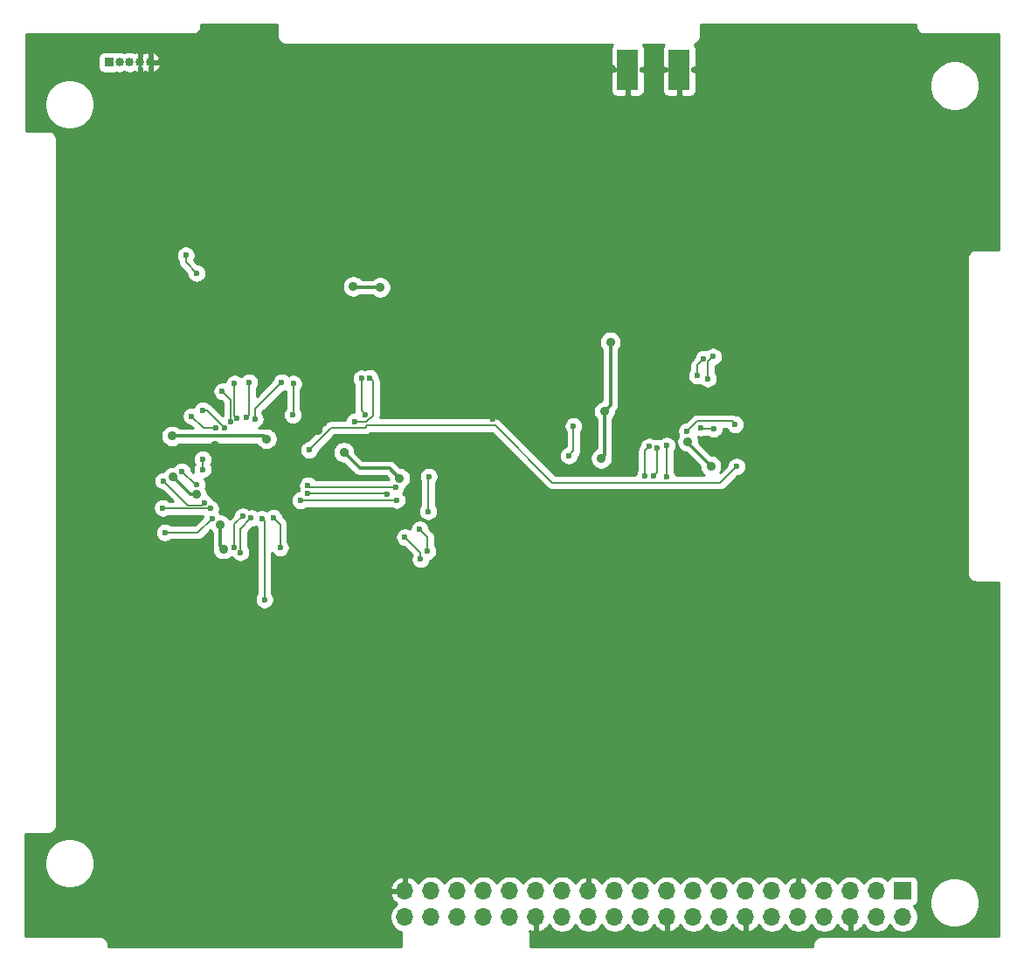
<source format=gbr>
%TF.GenerationSoftware,KiCad,Pcbnew,5.1.5+dfsg1-2build2*%
%TF.CreationDate,2021-02-28T15:53:15+02:00*%
%TF.ProjectId,msisdr,6d736973-6472-42e6-9b69-6361645f7063,Version 1.0*%
%TF.SameCoordinates,Original*%
%TF.FileFunction,Copper,L2,Bot*%
%TF.FilePolarity,Positive*%
%FSLAX46Y46*%
G04 Gerber Fmt 4.6, Leading zero omitted, Abs format (unit mm)*
G04 Created by KiCad (PCBNEW 5.1.5+dfsg1-2build2) date 2021-02-28 15:53:15*
%MOMM*%
%LPD*%
G04 APERTURE LIST*
%TA.AperFunction,SMDPad,CuDef*%
%ADD10R,2.000000X4.000000*%
%TD*%
%TA.AperFunction,ViaPad*%
%ADD11C,0.400000*%
%TD*%
%TA.AperFunction,ComponentPad*%
%ADD12R,1.700000X1.700000*%
%TD*%
%TA.AperFunction,ComponentPad*%
%ADD13O,1.700000X1.700000*%
%TD*%
%TA.AperFunction,ComponentPad*%
%ADD14R,0.850000X0.850000*%
%TD*%
%TA.AperFunction,ComponentPad*%
%ADD15O,0.850000X0.850000*%
%TD*%
%TA.AperFunction,ViaPad*%
%ADD16C,0.600000*%
%TD*%
%TA.AperFunction,ViaPad*%
%ADD17C,0.900000*%
%TD*%
%TA.AperFunction,Conductor*%
%ADD18C,0.300000*%
%TD*%
%TA.AperFunction,Conductor*%
%ADD19C,0.200000*%
%TD*%
%TA.AperFunction,Conductor*%
%ADD20C,0.254000*%
%TD*%
G04 APERTURE END LIST*
D10*
%TO.P,J1,2*%
%TO.N,GND*%
X140044800Y-61899800D03*
D11*
%TD*%
%TO.N,GND*%
%TO.C,J1*%
X139669800Y-61149800D03*
%TO.N,GND*%
%TO.C,J1*%
X140419800Y-61149800D03*
X139669800Y-61899800D03*
X140419800Y-61899800D03*
X139669800Y-62649800D03*
X140419800Y-62649800D03*
D10*
%TD*%
%TO.P,J1,3*%
%TO.N,GND*%
X145044800Y-61899800D03*
D11*
%TO.N,GND*%
%TO.C,J1*%
X145419800Y-61149800D03*
X144669800Y-61149800D03*
X145419800Y-61899800D03*
X144669800Y-61899800D03*
X145419800Y-62649800D03*
X144669800Y-62649800D03*
%TD*%
D12*
%TO.P,J2,1*%
%TO.N,Net-(J2-Pad1)*%
X166725600Y-141528800D03*
D13*
%TO.P,J2,2*%
%TO.N,Net-(J2-Pad2)*%
X166725600Y-144068800D03*
%TO.P,J2,3*%
%TO.N,Net-(J2-Pad3)*%
X164185600Y-141528800D03*
%TO.P,J2,4*%
%TO.N,Net-(J2-Pad2)*%
X164185600Y-144068800D03*
%TO.P,J2,5*%
%TO.N,Net-(J2-Pad5)*%
X161645600Y-141528800D03*
%TO.P,J2,6*%
%TO.N,GND*%
X161645600Y-144068800D03*
%TO.P,J2,7*%
%TO.N,Net-(J2-Pad7)*%
X159105600Y-141528800D03*
%TO.P,J2,8*%
%TO.N,Net-(J2-Pad8)*%
X159105600Y-144068800D03*
%TO.P,J2,9*%
%TO.N,GND*%
X156565600Y-141528800D03*
%TO.P,J2,10*%
%TO.N,Net-(J2-Pad10)*%
X156565600Y-144068800D03*
%TO.P,J2,11*%
%TO.N,Net-(J2-Pad11)*%
X154025600Y-141528800D03*
%TO.P,J2,12*%
%TO.N,Net-(J2-Pad12)*%
X154025600Y-144068800D03*
%TO.P,J2,13*%
%TO.N,Net-(J2-Pad13)*%
X151485600Y-141528800D03*
%TO.P,J2,14*%
%TO.N,GND*%
X151485600Y-144068800D03*
%TO.P,J2,15*%
%TO.N,Net-(J2-Pad15)*%
X148945600Y-141528800D03*
%TO.P,J2,16*%
%TO.N,Net-(J2-Pad16)*%
X148945600Y-144068800D03*
%TO.P,J2,17*%
%TO.N,Net-(J2-Pad17)*%
X146405600Y-141528800D03*
%TO.P,J2,18*%
%TO.N,Net-(J2-Pad18)*%
X146405600Y-144068800D03*
%TO.P,J2,19*%
%TO.N,Net-(J2-Pad19)*%
X143865600Y-141528800D03*
%TO.P,J2,20*%
%TO.N,GND*%
X143865600Y-144068800D03*
%TO.P,J2,21*%
%TO.N,Net-(J2-Pad21)*%
X141325600Y-141528800D03*
%TO.P,J2,22*%
%TO.N,Net-(J2-Pad22)*%
X141325600Y-144068800D03*
%TO.P,J2,23*%
%TO.N,Net-(J2-Pad23)*%
X138785600Y-141528800D03*
%TO.P,J2,24*%
%TO.N,Net-(J2-Pad24)*%
X138785600Y-144068800D03*
%TO.P,J2,25*%
%TO.N,GND*%
X136245600Y-141528800D03*
%TO.P,J2,26*%
%TO.N,Net-(J2-Pad26)*%
X136245600Y-144068800D03*
%TO.P,J2,27*%
%TO.N,Net-(D2-Pad1)*%
X133705600Y-141528800D03*
%TO.P,J2,28*%
%TO.N,Net-(D3-Pad1)*%
X133705600Y-144068800D03*
%TO.P,J2,29*%
%TO.N,Net-(J2-Pad29)*%
X131165600Y-141528800D03*
%TO.P,J2,30*%
%TO.N,GND*%
X131165600Y-144068800D03*
%TO.P,J2,31*%
%TO.N,Net-(J2-Pad31)*%
X128625600Y-141528800D03*
%TO.P,J2,32*%
%TO.N,Net-(J2-Pad32)*%
X128625600Y-144068800D03*
%TO.P,J2,33*%
%TO.N,Net-(J2-Pad33)*%
X126085600Y-141528800D03*
%TO.P,J2,34*%
%TO.N,GND*%
X126085600Y-144068800D03*
%TO.P,J2,35*%
%TO.N,Net-(J2-Pad35)*%
X123545600Y-141528800D03*
%TO.P,J2,36*%
%TO.N,Net-(J2-Pad36)*%
X123545600Y-144068800D03*
%TO.P,J2,37*%
%TO.N,Net-(J2-Pad37)*%
X121005600Y-141528800D03*
%TO.P,J2,38*%
%TO.N,Net-(J2-Pad38)*%
X121005600Y-144068800D03*
%TO.P,J2,39*%
%TO.N,GND*%
X118465600Y-141528800D03*
%TO.P,J2,40*%
%TO.N,Net-(J2-Pad40)*%
X118465600Y-144068800D03*
%TD*%
D14*
%TO.P,J3,1*%
%TO.N,Net-(J3-Pad1)*%
X89789000Y-61188600D03*
D15*
%TO.P,J3,2*%
%TO.N,USB_DP*%
X90789000Y-61188600D03*
%TO.P,J3,3*%
%TO.N,USB_DM*%
X91789000Y-61188600D03*
%TO.P,J3,4*%
%TO.N,GND*%
X92789000Y-61188600D03*
%TO.P,J3,5*%
X93789000Y-61188600D03*
%TD*%
D16*
%TO.N,GND*%
X108610400Y-108788200D03*
X124180600Y-98056700D03*
X119151400Y-100596700D03*
X116116100Y-98412300D03*
X123075700Y-100939600D03*
X112255300Y-71056500D03*
X117055900Y-93789500D03*
D17*
X106108500Y-101663500D03*
X102489000Y-101917500D03*
X93624400Y-122580400D03*
X100888798Y-123190000D03*
D16*
X90932000Y-93929200D03*
D17*
X91084400Y-97231200D03*
X91084400Y-100533200D03*
X90144600Y-103606600D03*
X100076000Y-98348800D03*
X95961200Y-76149200D03*
X92354400Y-80670400D03*
X89509600Y-107086400D03*
X92760800Y-109677200D03*
X97891604Y-109778804D03*
X108597700Y-66294000D03*
X99987100Y-71297800D03*
X86614000Y-74625200D03*
X101117400Y-62674500D03*
X133756400Y-89103200D03*
X130352800Y-91440000D03*
X135483600Y-82753200D03*
X96774000Y-88379300D03*
X105257600Y-89408000D03*
X111150400Y-98907600D03*
X154889200Y-84785200D03*
X150380700Y-106565700D03*
X153720800Y-97942400D03*
X142798800Y-93929200D03*
X153720800Y-94335600D03*
X154076400Y-90881200D03*
X140563600Y-84074000D03*
X109016800Y-86004400D03*
X112318800Y-90678000D03*
X109829600Y-110388400D03*
X117779800Y-124218700D03*
X139153900Y-111163100D03*
X147421600Y-106489500D03*
X159105600Y-88341200D03*
X110015151Y-96902258D03*
X151765000Y-63220600D03*
X110502700Y-138290300D03*
X145135600Y-86766400D03*
X137591800Y-82499200D03*
X148031200Y-80899000D03*
X146786600Y-61925200D03*
X138480800Y-61874400D03*
X106299000Y-138506200D03*
D16*
X112788700Y-106743500D03*
X126898400Y-60490100D03*
X126898400Y-64503300D03*
X126898400Y-72504300D03*
X126898400Y-68491100D03*
X126898400Y-84467700D03*
X126898400Y-80479900D03*
X126898400Y-88480900D03*
X126898400Y-76466700D03*
X126987300Y-100482400D03*
X126987300Y-108458000D03*
X127000000Y-95758000D03*
X126987300Y-104495600D03*
X126987300Y-112471200D03*
X126987300Y-120472200D03*
X126961900Y-91757500D03*
X126987300Y-116459000D03*
X127000000Y-124472700D03*
X127000000Y-128485900D03*
X127012700Y-132499100D03*
X127012700Y-136512300D03*
X161467800Y-115697000D03*
X161378900Y-67729100D03*
X161378900Y-75704700D03*
X161467800Y-103733600D03*
X161378900Y-63741300D03*
X161378900Y-71742300D03*
X161467800Y-99720400D03*
X161480500Y-94996000D03*
X161378900Y-79717900D03*
X161442400Y-90995500D03*
X161378900Y-87718900D03*
X161378900Y-59728100D03*
X161467800Y-111709200D03*
X161467800Y-107696000D03*
X161378900Y-83705700D03*
X161467800Y-119710200D03*
X134810500Y-60528200D03*
X130797300Y-60528200D03*
X149390100Y-59715400D03*
X157302200Y-59753500D03*
X153289000Y-59753500D03*
X130175000Y-120484900D03*
X154889200Y-120497600D03*
X134899400Y-120497600D03*
X150876000Y-120497600D03*
X142875000Y-120497600D03*
X138912600Y-120497600D03*
X146888200Y-120497600D03*
X159004000Y-120497600D03*
X143878300Y-146189700D03*
X151447500Y-146202400D03*
X156591000Y-139369800D03*
X136296400Y-139293600D03*
X116230400Y-141541500D03*
X131191000Y-146088100D03*
D17*
X114312700Y-65024000D03*
X94919800Y-61182490D03*
X109613700Y-76733400D03*
D16*
X84213700Y-60413900D03*
X89890600Y-64643000D03*
X86093300Y-70802500D03*
X95656400Y-63804800D03*
X97218500Y-67195700D03*
X96431100Y-72631300D03*
X98742500Y-74244200D03*
X111823500Y-79108300D03*
X103098600Y-79540100D03*
D17*
X99822000Y-87795100D03*
X153911300Y-106413300D03*
X104597200Y-71628000D03*
X147777200Y-75031600D03*
X145338800Y-66548000D03*
X139547600Y-66446400D03*
D16*
%TO.N,VDDI*%
X109169200Y-98780600D03*
X150596600Y-100380800D03*
X150456900Y-96304100D03*
X145801623Y-96952148D03*
%TO.N,Net-(C2-Pad2)*%
X107645200Y-92362400D03*
X107594400Y-95389700D03*
%TO.N,VDIG*%
X119888000Y-106476800D03*
X120649997Y-108610397D03*
D17*
X100581699Y-106060001D03*
X100862231Y-108379398D03*
X112547400Y-98996500D03*
X117938141Y-101512362D03*
X95885000Y-97434400D03*
X105054400Y-97701100D03*
X95986600Y-101409500D03*
X98283005Y-103112759D03*
D16*
%TO.N,Net-(C4-Pad2)*%
X104851200Y-113284000D03*
X104597200Y-105460800D03*
%TO.N,Net-(C5-Pad2)*%
X105714800Y-105359200D03*
X106375200Y-108246800D03*
%TO.N,REFCLK*%
X120713500Y-104736900D03*
X120764300Y-101346000D03*
X134797800Y-96456500D03*
X134340600Y-99331410D03*
%TO.N,Net-(C6-Pad2)*%
X102514400Y-108712000D03*
X103557839Y-105382561D03*
%TO.N,Net-(C7-Pad2)*%
X97790000Y-95504000D03*
X100177600Y-96672400D03*
%TO.N,Net-(C7-Pad1)*%
X98856800Y-94945200D03*
X100990400Y-96672400D03*
%TO.N,Net-(C9-Pad1)*%
X95199200Y-106781600D03*
X99758500Y-105410000D03*
%TO.N,Net-(C10-Pad1)*%
X99593400Y-104470200D03*
X94996000Y-104394000D03*
%TO.N,Net-(C11-Pad1)*%
X96824800Y-100838000D03*
X98266011Y-102162899D03*
%TO.N,V18-SYNTH*%
X95046800Y-101777800D03*
X99023165Y-103933148D03*
D17*
%TO.N,VRF*%
X148104331Y-100326931D03*
X145878473Y-97967952D03*
X137795000Y-95034100D03*
X138366500Y-88315800D03*
X116052600Y-83019900D03*
X113461800Y-82918300D03*
X137490200Y-99581410D03*
D16*
%TO.N,Net-(C17-Pad2)*%
X148306876Y-89734476D03*
X147802600Y-91871800D03*
%TO.N,USB_DM*%
X115062000Y-91795600D03*
X113563400Y-96050100D03*
%TO.N,Net-(R3-Pad2)*%
X102739000Y-105208846D03*
X101955600Y-108246800D03*
%TO.N,Net-(R1-Pad2)*%
X118465600Y-107238800D03*
X119989600Y-109372400D03*
%TO.N,USB_DP*%
X114249200Y-91846400D03*
X114617500Y-95343610D03*
%TO.N,I_IN_N*%
X98856800Y-100667500D03*
X98856800Y-99667500D03*
%TO.N,SPI_LAT*%
X108320900Y-103667500D03*
X117652800Y-103632000D03*
X147100848Y-96608177D03*
X148400870Y-96715696D03*
%TO.N,SPI_DATA*%
X109067600Y-102971600D03*
X116748744Y-103032744D03*
%TO.N,SPI_CLK*%
X109067600Y-102209600D03*
X117554181Y-102381315D03*
%TO.N,Net-(R4-Pad1)*%
X106527600Y-92202000D03*
X103924100Y-95783400D03*
%TO.N,Net-(R5-Pad1)*%
X103378000Y-92202000D03*
X103111300Y-95656400D03*
%TO.N,Net-(R6-Pad1)*%
X101955600Y-92362400D03*
X102208613Y-95683499D03*
%TO.N,Net-(R7-Pad1)*%
X100763846Y-93093046D03*
X101561900Y-96012000D03*
%TO.N,Net-(C19-Pad2)*%
X146761200Y-91592400D03*
X147392702Y-89941529D03*
%TO.N,Net-(C24-Pad2)*%
X142900400Y-98552000D03*
X142582900Y-101257100D03*
%TO.N,Net-(C24-Pad1)*%
X143840200Y-98348800D03*
X143789400Y-101346000D03*
%TO.N,Net-(C26-Pad1)*%
X142123020Y-98452446D03*
X141719300Y-101333300D03*
%TO.N,Net-(C33-Pad1)*%
X97231200Y-79908400D03*
X98272600Y-81635600D03*
%TD*%
D18*
%TO.N,GND*%
X126111000Y-144018000D02*
X126136400Y-144018000D01*
X131165600Y-144018000D02*
X131191000Y-144018000D01*
X143916400Y-144018000D02*
X143891000Y-144018000D01*
X156591000Y-141478000D02*
X156565600Y-141478000D01*
D19*
%TO.N,VDDI*%
X146762370Y-95991401D02*
X150144201Y-95991401D01*
X145801623Y-96952148D02*
X146762370Y-95991401D01*
X150144201Y-95991401D02*
X150456900Y-96304100D01*
X149029798Y-101947602D02*
X150296601Y-100680799D01*
X150296601Y-100680799D02*
X150596600Y-100380800D01*
X132770502Y-101947602D02*
X149029798Y-101947602D01*
X114816583Y-96393000D02*
X127215900Y-96393000D01*
X114600795Y-96608788D02*
X114816583Y-96393000D01*
X111341012Y-96608788D02*
X114600795Y-96608788D01*
X127215900Y-96393000D02*
X132770502Y-101947602D01*
X109169200Y-98780600D02*
X111341012Y-96608788D01*
%TO.N,Net-(C2-Pad2)*%
X107645200Y-95338900D02*
X107594400Y-95389700D01*
X107645200Y-92362400D02*
X107645200Y-95338900D01*
%TO.N,VDIG*%
X119888000Y-106476800D02*
X120649997Y-107238797D01*
X120649997Y-107238797D02*
X120649997Y-108610397D01*
D18*
X100581699Y-108098866D02*
X100862231Y-108379398D01*
X100581699Y-106060001D02*
X100581699Y-108098866D01*
X116946279Y-100520500D02*
X117938141Y-101512362D01*
X114071400Y-100520500D02*
X116946279Y-100520500D01*
X112547400Y-98996500D02*
X114071400Y-100520500D01*
X104787700Y-97434400D02*
X105054400Y-97701100D01*
X95885000Y-97434400D02*
X104787700Y-97434400D01*
X95986600Y-101409500D02*
X97689859Y-103112759D01*
X97689859Y-103112759D02*
X98283005Y-103112759D01*
D19*
%TO.N,Net-(C4-Pad2)*%
X104851200Y-105714800D02*
X104597200Y-105460800D01*
X104851200Y-113284000D02*
X104851200Y-105714800D01*
%TO.N,Net-(C5-Pad2)*%
X106375200Y-106019600D02*
X106375200Y-108246800D01*
X105714800Y-105359200D02*
X106375200Y-106019600D01*
%TO.N,REFCLK*%
X120713500Y-104736900D02*
X120713500Y-101396800D01*
X120713500Y-101396800D02*
X120764300Y-101346000D01*
X134797800Y-96456500D02*
X134797800Y-98874210D01*
X134797800Y-98874210D02*
X134340600Y-99331410D01*
%TO.N,Net-(C6-Pad2)*%
X102514400Y-106426000D02*
X103557839Y-105382561D01*
X102514400Y-108712000D02*
X102514400Y-106426000D01*
%TO.N,Net-(C7-Pad2)*%
X98958400Y-96672400D02*
X100177600Y-96672400D01*
X97790000Y-95504000D02*
X98958400Y-96672400D01*
%TO.N,Net-(C7-Pad1)*%
X99263200Y-94945200D02*
X100990400Y-96672400D01*
X98856800Y-94945200D02*
X99263200Y-94945200D01*
%TO.N,Net-(C9-Pad1)*%
X95199200Y-106781600D02*
X98386900Y-106781600D01*
X98386900Y-106781600D02*
X99758500Y-105410000D01*
%TO.N,Net-(C10-Pad1)*%
X95072200Y-104470200D02*
X94996000Y-104394000D01*
X99593400Y-104470200D02*
X95072200Y-104470200D01*
%TO.N,Net-(C11-Pad1)*%
X96824800Y-100838000D02*
X98149699Y-102162899D01*
X98149699Y-102162899D02*
X98266011Y-102162899D01*
%TO.N,V18-SYNTH*%
X98795714Y-104160599D02*
X99023165Y-103933148D01*
X95046800Y-101777800D02*
X97429599Y-104160599D01*
X97429599Y-104160599D02*
X98795714Y-104160599D01*
D18*
%TO.N,VRF*%
X145878473Y-98101073D02*
X145878473Y-97967952D01*
X148104331Y-100326931D02*
X145878473Y-98101073D01*
X138366500Y-94462600D02*
X138366500Y-88315800D01*
X137795000Y-95034100D02*
X138366500Y-94462600D01*
X113563400Y-83019900D02*
X113461800Y-82918300D01*
X116052600Y-83019900D02*
X113563400Y-83019900D01*
X137795000Y-99276610D02*
X137490200Y-99581410D01*
X137795000Y-95034100D02*
X137795000Y-99276610D01*
D19*
%TO.N,Net-(C17-Pad2)*%
X147802600Y-90238752D02*
X147802600Y-91871800D01*
X148306876Y-89734476D02*
X147802600Y-90238752D01*
%TO.N,USB_DM*%
X114735204Y-96050100D02*
X113563400Y-96050100D01*
X115361999Y-92095599D02*
X115361999Y-95423305D01*
X115062000Y-91795600D02*
X115361999Y-92095599D01*
X115361999Y-95423305D02*
X114735204Y-96050100D01*
%TO.N,Net-(R3-Pad2)*%
X101955600Y-105992246D02*
X101955600Y-108246800D01*
X102739000Y-105208846D02*
X101955600Y-105992246D01*
%TO.N,Net-(R1-Pad2)*%
X118465600Y-107238800D02*
X119989600Y-108762800D01*
X119989600Y-108762800D02*
X119989600Y-109372400D01*
%TO.N,USB_DP*%
X114249200Y-91846400D02*
X114249200Y-94975310D01*
X114249200Y-94975310D02*
X114617500Y-95343610D01*
%TO.N,I_IN_N*%
X98856800Y-100667500D02*
X98856800Y-99923600D01*
X98856800Y-99923600D02*
X98856800Y-99667500D01*
%TO.N,SPI_LAT*%
X117617300Y-103667500D02*
X117652800Y-103632000D01*
X108320900Y-103667500D02*
X117617300Y-103667500D01*
X147208367Y-96715696D02*
X147100848Y-96608177D01*
X148400870Y-96715696D02*
X147208367Y-96715696D01*
%TO.N,SPI_DATA*%
X109067600Y-102971600D02*
X116687600Y-102971600D01*
X116687600Y-102971600D02*
X116748744Y-103032744D01*
%TO.N,SPI_CLK*%
X109067600Y-102209600D02*
X109239315Y-102381315D01*
X109239315Y-102381315D02*
X117554181Y-102381315D01*
%TO.N,Net-(R4-Pad1)*%
X103924100Y-94805500D02*
X103924100Y-95783400D01*
X106527600Y-92202000D02*
X103924100Y-94805500D01*
%TO.N,Net-(R5-Pad1)*%
X103378000Y-92202000D02*
X103378000Y-95389700D01*
X103378000Y-95389700D02*
X103111300Y-95656400D01*
%TO.N,Net-(R6-Pad1)*%
X101955600Y-92362400D02*
X101955600Y-95430486D01*
X101955600Y-95430486D02*
X102208613Y-95683499D01*
%TO.N,Net-(R7-Pad1)*%
X100763846Y-93093046D02*
X101561900Y-93891100D01*
X101561900Y-93891100D02*
X101561900Y-96012000D01*
%TO.N,Net-(C19-Pad2)*%
X146761200Y-90573031D02*
X147392702Y-89941529D01*
X146761200Y-91592400D02*
X146761200Y-90573031D01*
%TO.N,Net-(C24-Pad2)*%
X142900400Y-98552000D02*
X142900400Y-100939600D01*
X142900400Y-100939600D02*
X142582900Y-101257100D01*
%TO.N,Net-(C24-Pad1)*%
X143840200Y-101295200D02*
X143789400Y-101346000D01*
X143840200Y-98348800D02*
X143840200Y-101295200D01*
%TO.N,Net-(C26-Pad1)*%
X141719300Y-98856166D02*
X141719300Y-101333300D01*
X142123020Y-98452446D02*
X141719300Y-98856166D01*
%TO.N,Net-(C33-Pad1)*%
X97231200Y-80594200D02*
X98272600Y-81635600D01*
X97231200Y-79908400D02*
X97231200Y-80594200D01*
%TD*%
D20*
%TO.N,GND*%
G36*
X106072941Y-58608037D02*
G01*
X106068946Y-58648600D01*
X106084884Y-58810426D01*
X106132087Y-58966034D01*
X106208741Y-59109442D01*
X106311899Y-59235141D01*
X106437598Y-59338299D01*
X106581006Y-59414953D01*
X106736614Y-59462156D01*
X106857887Y-59474100D01*
X106898440Y-59478094D01*
X106938993Y-59474100D01*
X138572700Y-59474100D01*
X138514263Y-59545306D01*
X138455298Y-59655620D01*
X138418988Y-59775318D01*
X138406728Y-59899800D01*
X138409800Y-61614050D01*
X138568550Y-61772800D01*
X138840714Y-61772800D01*
X138839995Y-61775655D01*
X138831721Y-61939928D01*
X138844497Y-62026800D01*
X138568550Y-62026800D01*
X138409800Y-62185550D01*
X138406728Y-63899800D01*
X138418988Y-64024282D01*
X138455298Y-64143980D01*
X138514263Y-64254294D01*
X138593615Y-64350985D01*
X138690306Y-64430337D01*
X138800620Y-64489302D01*
X138920318Y-64525612D01*
X139044800Y-64537872D01*
X139759050Y-64534800D01*
X139917800Y-64376050D01*
X139917800Y-63447858D01*
X140027592Y-63408728D01*
X140048206Y-63397710D01*
X140136154Y-63439440D01*
X140171800Y-63448416D01*
X140171800Y-64376050D01*
X140330550Y-64534800D01*
X141044800Y-64537872D01*
X141169282Y-64525612D01*
X141288980Y-64489302D01*
X141399294Y-64430337D01*
X141495985Y-64350985D01*
X141575337Y-64254294D01*
X141634302Y-64143980D01*
X141670612Y-64024282D01*
X141682872Y-63899800D01*
X141679800Y-62185550D01*
X141521050Y-62026800D01*
X141248886Y-62026800D01*
X141249605Y-62023945D01*
X141257879Y-61859672D01*
X141245103Y-61772800D01*
X141521050Y-61772800D01*
X141679800Y-61614050D01*
X141682872Y-59899800D01*
X141670612Y-59775318D01*
X141634302Y-59655620D01*
X141575337Y-59545306D01*
X141516900Y-59474100D01*
X143572700Y-59474100D01*
X143514263Y-59545306D01*
X143455298Y-59655620D01*
X143418988Y-59775318D01*
X143406728Y-59899800D01*
X143409800Y-61614050D01*
X143568550Y-61772800D01*
X143840714Y-61772800D01*
X143839995Y-61775655D01*
X143831721Y-61939928D01*
X143844497Y-62026800D01*
X143568550Y-62026800D01*
X143409800Y-62185550D01*
X143406728Y-63899800D01*
X143418988Y-64024282D01*
X143455298Y-64143980D01*
X143514263Y-64254294D01*
X143593615Y-64350985D01*
X143690306Y-64430337D01*
X143800620Y-64489302D01*
X143920318Y-64525612D01*
X144044800Y-64537872D01*
X144759050Y-64534800D01*
X144917800Y-64376050D01*
X144917800Y-63447858D01*
X145027592Y-63408728D01*
X145048206Y-63397710D01*
X145136154Y-63439440D01*
X145171800Y-63448416D01*
X145171800Y-64376050D01*
X145330550Y-64534800D01*
X146044800Y-64537872D01*
X146169282Y-64525612D01*
X146288980Y-64489302D01*
X146399294Y-64430337D01*
X146495985Y-64350985D01*
X146575337Y-64254294D01*
X146634302Y-64143980D01*
X146670612Y-64024282D01*
X146682872Y-63899800D01*
X146681650Y-63217348D01*
X169277684Y-63217348D01*
X169277684Y-63696292D01*
X169371122Y-64166032D01*
X169554405Y-64608518D01*
X169820492Y-65006744D01*
X170159156Y-65345408D01*
X170557382Y-65611495D01*
X170999868Y-65794778D01*
X171469608Y-65888216D01*
X171948552Y-65888216D01*
X172418292Y-65794778D01*
X172860778Y-65611495D01*
X173259004Y-65345408D01*
X173597668Y-65006744D01*
X173863755Y-64608518D01*
X174047038Y-64166032D01*
X174140476Y-63696292D01*
X174140476Y-63217348D01*
X174047038Y-62747608D01*
X173863755Y-62305122D01*
X173597668Y-61906896D01*
X173259004Y-61568232D01*
X172860778Y-61302145D01*
X172418292Y-61118862D01*
X171948552Y-61025424D01*
X171469608Y-61025424D01*
X170999868Y-61118862D01*
X170557382Y-61302145D01*
X170159156Y-61568232D01*
X169820492Y-61906896D01*
X169554405Y-62305122D01*
X169371122Y-62747608D01*
X169277684Y-63217348D01*
X146681650Y-63217348D01*
X146679800Y-62185550D01*
X146521050Y-62026800D01*
X146248886Y-62026800D01*
X146249605Y-62023945D01*
X146257879Y-61859672D01*
X146245103Y-61772800D01*
X146521050Y-61772800D01*
X146679800Y-61614050D01*
X146682872Y-59899800D01*
X146670612Y-59775318D01*
X146634302Y-59655620D01*
X146575337Y-59545306D01*
X146495985Y-59448615D01*
X146495780Y-59448447D01*
X146606194Y-59414953D01*
X146749602Y-59338299D01*
X146875301Y-59235141D01*
X146978459Y-59109442D01*
X147055113Y-58966034D01*
X147102316Y-58810426D01*
X147118254Y-58648600D01*
X147114260Y-58608047D01*
X147114260Y-57482740D01*
X167962581Y-57482740D01*
X167962581Y-57617438D01*
X167958586Y-57658000D01*
X167974524Y-57819826D01*
X168021727Y-57975434D01*
X168098381Y-58118842D01*
X168201539Y-58244541D01*
X168327238Y-58347699D01*
X168470646Y-58424353D01*
X168626254Y-58471556D01*
X168747527Y-58483500D01*
X168788080Y-58487494D01*
X168828633Y-58483500D01*
X175963580Y-58483500D01*
X175963581Y-79331820D01*
X173829893Y-79331820D01*
X173789340Y-79327826D01*
X173748787Y-79331820D01*
X173627514Y-79343764D01*
X173471906Y-79390967D01*
X173328498Y-79467621D01*
X173202799Y-79570779D01*
X173099641Y-79696478D01*
X173022987Y-79839886D01*
X172975784Y-79995494D01*
X172959846Y-80157320D01*
X172963840Y-80197873D01*
X172963841Y-110718677D01*
X172959846Y-110759240D01*
X172975784Y-110921066D01*
X173022987Y-111076674D01*
X173099641Y-111220082D01*
X173202799Y-111345781D01*
X173328498Y-111448939D01*
X173471906Y-111525593D01*
X173627514Y-111572796D01*
X173748787Y-111584740D01*
X173789340Y-111588734D01*
X173829893Y-111584740D01*
X175963580Y-111584740D01*
X175963581Y-145933160D01*
X158828653Y-145933160D01*
X158788100Y-145929166D01*
X158747547Y-145933160D01*
X158626274Y-145945104D01*
X158470666Y-145992307D01*
X158327258Y-146068961D01*
X158201559Y-146172119D01*
X158098401Y-146297818D01*
X158021747Y-146441226D01*
X157974544Y-146596834D01*
X157958606Y-146758660D01*
X157962600Y-146799212D01*
X157962600Y-146931380D01*
X130614420Y-146931380D01*
X130614420Y-145798453D01*
X130618414Y-145757900D01*
X130602476Y-145596074D01*
X130555273Y-145440466D01*
X130537032Y-145406339D01*
X130661501Y-145465625D01*
X130808710Y-145510276D01*
X131038600Y-145388955D01*
X131038600Y-144195800D01*
X131018600Y-144195800D01*
X131018600Y-143941800D01*
X131038600Y-143941800D01*
X131038600Y-143921800D01*
X131292600Y-143921800D01*
X131292600Y-143941800D01*
X131312600Y-143941800D01*
X131312600Y-144195800D01*
X131292600Y-144195800D01*
X131292600Y-145388955D01*
X131522490Y-145510276D01*
X131669699Y-145465625D01*
X131932520Y-145340441D01*
X132165869Y-145166388D01*
X132360778Y-144950155D01*
X132430405Y-144833266D01*
X132552125Y-145015432D01*
X132758968Y-145222275D01*
X133002189Y-145384790D01*
X133272442Y-145496732D01*
X133559340Y-145553800D01*
X133851860Y-145553800D01*
X134138758Y-145496732D01*
X134409011Y-145384790D01*
X134652232Y-145222275D01*
X134859075Y-145015432D01*
X134975600Y-144841040D01*
X135092125Y-145015432D01*
X135298968Y-145222275D01*
X135542189Y-145384790D01*
X135812442Y-145496732D01*
X136099340Y-145553800D01*
X136391860Y-145553800D01*
X136678758Y-145496732D01*
X136949011Y-145384790D01*
X137192232Y-145222275D01*
X137399075Y-145015432D01*
X137515600Y-144841040D01*
X137632125Y-145015432D01*
X137838968Y-145222275D01*
X138082189Y-145384790D01*
X138352442Y-145496732D01*
X138639340Y-145553800D01*
X138931860Y-145553800D01*
X139218758Y-145496732D01*
X139489011Y-145384790D01*
X139732232Y-145222275D01*
X139939075Y-145015432D01*
X140055600Y-144841040D01*
X140172125Y-145015432D01*
X140378968Y-145222275D01*
X140622189Y-145384790D01*
X140892442Y-145496732D01*
X141179340Y-145553800D01*
X141471860Y-145553800D01*
X141758758Y-145496732D01*
X142029011Y-145384790D01*
X142272232Y-145222275D01*
X142479075Y-145015432D01*
X142600795Y-144833266D01*
X142670422Y-144950155D01*
X142865331Y-145166388D01*
X143098680Y-145340441D01*
X143361501Y-145465625D01*
X143508710Y-145510276D01*
X143738600Y-145388955D01*
X143738600Y-144195800D01*
X143718600Y-144195800D01*
X143718600Y-143941800D01*
X143738600Y-143941800D01*
X143738600Y-143921800D01*
X143992600Y-143921800D01*
X143992600Y-143941800D01*
X144012600Y-143941800D01*
X144012600Y-144195800D01*
X143992600Y-144195800D01*
X143992600Y-145388955D01*
X144222490Y-145510276D01*
X144369699Y-145465625D01*
X144632520Y-145340441D01*
X144865869Y-145166388D01*
X145060778Y-144950155D01*
X145130405Y-144833266D01*
X145252125Y-145015432D01*
X145458968Y-145222275D01*
X145702189Y-145384790D01*
X145972442Y-145496732D01*
X146259340Y-145553800D01*
X146551860Y-145553800D01*
X146838758Y-145496732D01*
X147109011Y-145384790D01*
X147352232Y-145222275D01*
X147559075Y-145015432D01*
X147675600Y-144841040D01*
X147792125Y-145015432D01*
X147998968Y-145222275D01*
X148242189Y-145384790D01*
X148512442Y-145496732D01*
X148799340Y-145553800D01*
X149091860Y-145553800D01*
X149378758Y-145496732D01*
X149649011Y-145384790D01*
X149892232Y-145222275D01*
X150099075Y-145015432D01*
X150220795Y-144833266D01*
X150290422Y-144950155D01*
X150485331Y-145166388D01*
X150718680Y-145340441D01*
X150981501Y-145465625D01*
X151128710Y-145510276D01*
X151358600Y-145388955D01*
X151358600Y-144195800D01*
X151338600Y-144195800D01*
X151338600Y-143941800D01*
X151358600Y-143941800D01*
X151358600Y-143921800D01*
X151612600Y-143921800D01*
X151612600Y-143941800D01*
X151632600Y-143941800D01*
X151632600Y-144195800D01*
X151612600Y-144195800D01*
X151612600Y-145388955D01*
X151842490Y-145510276D01*
X151989699Y-145465625D01*
X152252520Y-145340441D01*
X152485869Y-145166388D01*
X152680778Y-144950155D01*
X152750405Y-144833266D01*
X152872125Y-145015432D01*
X153078968Y-145222275D01*
X153322189Y-145384790D01*
X153592442Y-145496732D01*
X153879340Y-145553800D01*
X154171860Y-145553800D01*
X154458758Y-145496732D01*
X154729011Y-145384790D01*
X154972232Y-145222275D01*
X155179075Y-145015432D01*
X155295600Y-144841040D01*
X155412125Y-145015432D01*
X155618968Y-145222275D01*
X155862189Y-145384790D01*
X156132442Y-145496732D01*
X156419340Y-145553800D01*
X156711860Y-145553800D01*
X156998758Y-145496732D01*
X157269011Y-145384790D01*
X157512232Y-145222275D01*
X157719075Y-145015432D01*
X157835600Y-144841040D01*
X157952125Y-145015432D01*
X158158968Y-145222275D01*
X158402189Y-145384790D01*
X158672442Y-145496732D01*
X158959340Y-145553800D01*
X159251860Y-145553800D01*
X159538758Y-145496732D01*
X159809011Y-145384790D01*
X160052232Y-145222275D01*
X160259075Y-145015432D01*
X160380795Y-144833266D01*
X160450422Y-144950155D01*
X160645331Y-145166388D01*
X160878680Y-145340441D01*
X161141501Y-145465625D01*
X161288710Y-145510276D01*
X161518600Y-145388955D01*
X161518600Y-144195800D01*
X161498600Y-144195800D01*
X161498600Y-143941800D01*
X161518600Y-143941800D01*
X161518600Y-143921800D01*
X161772600Y-143921800D01*
X161772600Y-143941800D01*
X161792600Y-143941800D01*
X161792600Y-144195800D01*
X161772600Y-144195800D01*
X161772600Y-145388955D01*
X162002490Y-145510276D01*
X162149699Y-145465625D01*
X162412520Y-145340441D01*
X162645869Y-145166388D01*
X162840778Y-144950155D01*
X162910405Y-144833266D01*
X163032125Y-145015432D01*
X163238968Y-145222275D01*
X163482189Y-145384790D01*
X163752442Y-145496732D01*
X164039340Y-145553800D01*
X164331860Y-145553800D01*
X164618758Y-145496732D01*
X164889011Y-145384790D01*
X165132232Y-145222275D01*
X165339075Y-145015432D01*
X165455600Y-144841040D01*
X165572125Y-145015432D01*
X165778968Y-145222275D01*
X166022189Y-145384790D01*
X166292442Y-145496732D01*
X166579340Y-145553800D01*
X166871860Y-145553800D01*
X167158758Y-145496732D01*
X167429011Y-145384790D01*
X167672232Y-145222275D01*
X167879075Y-145015432D01*
X168041590Y-144772211D01*
X168153532Y-144501958D01*
X168210600Y-144215060D01*
X168210600Y-143922540D01*
X168153532Y-143635642D01*
X168041590Y-143365389D01*
X167879075Y-143122168D01*
X167747220Y-142990313D01*
X167819780Y-142968302D01*
X167930094Y-142909337D01*
X168026785Y-142829985D01*
X168106137Y-142733294D01*
X168165102Y-142622980D01*
X168201412Y-142503282D01*
X168208174Y-142434619D01*
X169272617Y-142434619D01*
X169272617Y-142914061D01*
X169366151Y-143384289D01*
X169549625Y-143827235D01*
X169815988Y-144225876D01*
X170155004Y-144564892D01*
X170553645Y-144831255D01*
X170996591Y-145014729D01*
X171466819Y-145108263D01*
X171946261Y-145108263D01*
X172416489Y-145014729D01*
X172859435Y-144831255D01*
X173258076Y-144564892D01*
X173597092Y-144225876D01*
X173863455Y-143827235D01*
X174046929Y-143384289D01*
X174140463Y-142914061D01*
X174140463Y-142434619D01*
X174046929Y-141964391D01*
X173863455Y-141521445D01*
X173597092Y-141122804D01*
X173258076Y-140783788D01*
X172859435Y-140517425D01*
X172416489Y-140333951D01*
X171946261Y-140240417D01*
X171466819Y-140240417D01*
X170996591Y-140333951D01*
X170553645Y-140517425D01*
X170155004Y-140783788D01*
X169815988Y-141122804D01*
X169549625Y-141521445D01*
X169366151Y-141964391D01*
X169272617Y-142434619D01*
X168208174Y-142434619D01*
X168213672Y-142378800D01*
X168213672Y-140678800D01*
X168201412Y-140554318D01*
X168165102Y-140434620D01*
X168106137Y-140324306D01*
X168026785Y-140227615D01*
X167930094Y-140148263D01*
X167819780Y-140089298D01*
X167700082Y-140052988D01*
X167575600Y-140040728D01*
X165875600Y-140040728D01*
X165751118Y-140052988D01*
X165631420Y-140089298D01*
X165521106Y-140148263D01*
X165424415Y-140227615D01*
X165345063Y-140324306D01*
X165286098Y-140434620D01*
X165264087Y-140507180D01*
X165132232Y-140375325D01*
X164889011Y-140212810D01*
X164618758Y-140100868D01*
X164331860Y-140043800D01*
X164039340Y-140043800D01*
X163752442Y-140100868D01*
X163482189Y-140212810D01*
X163238968Y-140375325D01*
X163032125Y-140582168D01*
X162915600Y-140756560D01*
X162799075Y-140582168D01*
X162592232Y-140375325D01*
X162349011Y-140212810D01*
X162078758Y-140100868D01*
X161791860Y-140043800D01*
X161499340Y-140043800D01*
X161212442Y-140100868D01*
X160942189Y-140212810D01*
X160698968Y-140375325D01*
X160492125Y-140582168D01*
X160375600Y-140756560D01*
X160259075Y-140582168D01*
X160052232Y-140375325D01*
X159809011Y-140212810D01*
X159538758Y-140100868D01*
X159251860Y-140043800D01*
X158959340Y-140043800D01*
X158672442Y-140100868D01*
X158402189Y-140212810D01*
X158158968Y-140375325D01*
X157952125Y-140582168D01*
X157830405Y-140764334D01*
X157760778Y-140647445D01*
X157565869Y-140431212D01*
X157332520Y-140257159D01*
X157069699Y-140131975D01*
X156922490Y-140087324D01*
X156692600Y-140208645D01*
X156692600Y-141401800D01*
X156712600Y-141401800D01*
X156712600Y-141655800D01*
X156692600Y-141655800D01*
X156692600Y-141675800D01*
X156438600Y-141675800D01*
X156438600Y-141655800D01*
X156418600Y-141655800D01*
X156418600Y-141401800D01*
X156438600Y-141401800D01*
X156438600Y-140208645D01*
X156208710Y-140087324D01*
X156061501Y-140131975D01*
X155798680Y-140257159D01*
X155565331Y-140431212D01*
X155370422Y-140647445D01*
X155300795Y-140764334D01*
X155179075Y-140582168D01*
X154972232Y-140375325D01*
X154729011Y-140212810D01*
X154458758Y-140100868D01*
X154171860Y-140043800D01*
X153879340Y-140043800D01*
X153592442Y-140100868D01*
X153322189Y-140212810D01*
X153078968Y-140375325D01*
X152872125Y-140582168D01*
X152755600Y-140756560D01*
X152639075Y-140582168D01*
X152432232Y-140375325D01*
X152189011Y-140212810D01*
X151918758Y-140100868D01*
X151631860Y-140043800D01*
X151339340Y-140043800D01*
X151052442Y-140100868D01*
X150782189Y-140212810D01*
X150538968Y-140375325D01*
X150332125Y-140582168D01*
X150215600Y-140756560D01*
X150099075Y-140582168D01*
X149892232Y-140375325D01*
X149649011Y-140212810D01*
X149378758Y-140100868D01*
X149091860Y-140043800D01*
X148799340Y-140043800D01*
X148512442Y-140100868D01*
X148242189Y-140212810D01*
X147998968Y-140375325D01*
X147792125Y-140582168D01*
X147675600Y-140756560D01*
X147559075Y-140582168D01*
X147352232Y-140375325D01*
X147109011Y-140212810D01*
X146838758Y-140100868D01*
X146551860Y-140043800D01*
X146259340Y-140043800D01*
X145972442Y-140100868D01*
X145702189Y-140212810D01*
X145458968Y-140375325D01*
X145252125Y-140582168D01*
X145135600Y-140756560D01*
X145019075Y-140582168D01*
X144812232Y-140375325D01*
X144569011Y-140212810D01*
X144298758Y-140100868D01*
X144011860Y-140043800D01*
X143719340Y-140043800D01*
X143432442Y-140100868D01*
X143162189Y-140212810D01*
X142918968Y-140375325D01*
X142712125Y-140582168D01*
X142595600Y-140756560D01*
X142479075Y-140582168D01*
X142272232Y-140375325D01*
X142029011Y-140212810D01*
X141758758Y-140100868D01*
X141471860Y-140043800D01*
X141179340Y-140043800D01*
X140892442Y-140100868D01*
X140622189Y-140212810D01*
X140378968Y-140375325D01*
X140172125Y-140582168D01*
X140055600Y-140756560D01*
X139939075Y-140582168D01*
X139732232Y-140375325D01*
X139489011Y-140212810D01*
X139218758Y-140100868D01*
X138931860Y-140043800D01*
X138639340Y-140043800D01*
X138352442Y-140100868D01*
X138082189Y-140212810D01*
X137838968Y-140375325D01*
X137632125Y-140582168D01*
X137510405Y-140764334D01*
X137440778Y-140647445D01*
X137245869Y-140431212D01*
X137012520Y-140257159D01*
X136749699Y-140131975D01*
X136602490Y-140087324D01*
X136372600Y-140208645D01*
X136372600Y-141401800D01*
X136392600Y-141401800D01*
X136392600Y-141655800D01*
X136372600Y-141655800D01*
X136372600Y-141675800D01*
X136118600Y-141675800D01*
X136118600Y-141655800D01*
X136098600Y-141655800D01*
X136098600Y-141401800D01*
X136118600Y-141401800D01*
X136118600Y-140208645D01*
X135888710Y-140087324D01*
X135741501Y-140131975D01*
X135478680Y-140257159D01*
X135245331Y-140431212D01*
X135050422Y-140647445D01*
X134980795Y-140764334D01*
X134859075Y-140582168D01*
X134652232Y-140375325D01*
X134409011Y-140212810D01*
X134138758Y-140100868D01*
X133851860Y-140043800D01*
X133559340Y-140043800D01*
X133272442Y-140100868D01*
X133002189Y-140212810D01*
X132758968Y-140375325D01*
X132552125Y-140582168D01*
X132435600Y-140756560D01*
X132319075Y-140582168D01*
X132112232Y-140375325D01*
X131869011Y-140212810D01*
X131598758Y-140100868D01*
X131311860Y-140043800D01*
X131019340Y-140043800D01*
X130732442Y-140100868D01*
X130462189Y-140212810D01*
X130218968Y-140375325D01*
X130012125Y-140582168D01*
X129895600Y-140756560D01*
X129779075Y-140582168D01*
X129572232Y-140375325D01*
X129329011Y-140212810D01*
X129058758Y-140100868D01*
X128771860Y-140043800D01*
X128479340Y-140043800D01*
X128192442Y-140100868D01*
X127922189Y-140212810D01*
X127678968Y-140375325D01*
X127472125Y-140582168D01*
X127355600Y-140756560D01*
X127239075Y-140582168D01*
X127032232Y-140375325D01*
X126789011Y-140212810D01*
X126518758Y-140100868D01*
X126231860Y-140043800D01*
X125939340Y-140043800D01*
X125652442Y-140100868D01*
X125382189Y-140212810D01*
X125138968Y-140375325D01*
X124932125Y-140582168D01*
X124815600Y-140756560D01*
X124699075Y-140582168D01*
X124492232Y-140375325D01*
X124249011Y-140212810D01*
X123978758Y-140100868D01*
X123691860Y-140043800D01*
X123399340Y-140043800D01*
X123112442Y-140100868D01*
X122842189Y-140212810D01*
X122598968Y-140375325D01*
X122392125Y-140582168D01*
X122275600Y-140756560D01*
X122159075Y-140582168D01*
X121952232Y-140375325D01*
X121709011Y-140212810D01*
X121438758Y-140100868D01*
X121151860Y-140043800D01*
X120859340Y-140043800D01*
X120572442Y-140100868D01*
X120302189Y-140212810D01*
X120058968Y-140375325D01*
X119852125Y-140582168D01*
X119730405Y-140764334D01*
X119660778Y-140647445D01*
X119465869Y-140431212D01*
X119232520Y-140257159D01*
X118969699Y-140131975D01*
X118822490Y-140087324D01*
X118592600Y-140208645D01*
X118592600Y-141401800D01*
X118612600Y-141401800D01*
X118612600Y-141655800D01*
X118592600Y-141655800D01*
X118592600Y-141675800D01*
X118338600Y-141675800D01*
X118338600Y-141655800D01*
X117144786Y-141655800D01*
X117024119Y-141885691D01*
X117121443Y-142160052D01*
X117270422Y-142410155D01*
X117465331Y-142626388D01*
X117695006Y-142797700D01*
X117518968Y-142915325D01*
X117312125Y-143122168D01*
X117149610Y-143365389D01*
X117037668Y-143635642D01*
X116980600Y-143922540D01*
X116980600Y-144215060D01*
X117037668Y-144501958D01*
X117149610Y-144772211D01*
X117312125Y-145015432D01*
X117518968Y-145222275D01*
X117762189Y-145384790D01*
X118032442Y-145496732D01*
X118102153Y-145510598D01*
X118076224Y-145596074D01*
X118060286Y-145757900D01*
X118064280Y-145798453D01*
X118064281Y-146931380D01*
X89733120Y-146931380D01*
X89733120Y-146799212D01*
X89737114Y-146758660D01*
X89721176Y-146596834D01*
X89673973Y-146441226D01*
X89597319Y-146297818D01*
X89494161Y-146172119D01*
X89368462Y-146068961D01*
X89225054Y-145992307D01*
X89069446Y-145945104D01*
X88948173Y-145933160D01*
X88907620Y-145929166D01*
X88867067Y-145933160D01*
X81714340Y-145933160D01*
X81714340Y-138624619D01*
X83532377Y-138624619D01*
X83532377Y-139104061D01*
X83625911Y-139574289D01*
X83809385Y-140017235D01*
X84075748Y-140415876D01*
X84414764Y-140754892D01*
X84813405Y-141021255D01*
X85256351Y-141204729D01*
X85726579Y-141298263D01*
X86206021Y-141298263D01*
X86676249Y-141204729D01*
X86755483Y-141171909D01*
X117024119Y-141171909D01*
X117144786Y-141401800D01*
X118338600Y-141401800D01*
X118338600Y-140208645D01*
X118108710Y-140087324D01*
X117961501Y-140131975D01*
X117698680Y-140257159D01*
X117465331Y-140431212D01*
X117270422Y-140647445D01*
X117121443Y-140897548D01*
X117024119Y-141171909D01*
X86755483Y-141171909D01*
X87119195Y-141021255D01*
X87517836Y-140754892D01*
X87856852Y-140415876D01*
X88123215Y-140017235D01*
X88306689Y-139574289D01*
X88400223Y-139104061D01*
X88400223Y-138624619D01*
X88306689Y-138154391D01*
X88123215Y-137711445D01*
X87856852Y-137312804D01*
X87517836Y-136973788D01*
X87119195Y-136707425D01*
X86676249Y-136523951D01*
X86206021Y-136430417D01*
X85726579Y-136430417D01*
X85256351Y-136523951D01*
X84813405Y-136707425D01*
X84414764Y-136973788D01*
X84075748Y-137312804D01*
X83809385Y-137711445D01*
X83625911Y-138154391D01*
X83532377Y-138624619D01*
X81714340Y-138624619D01*
X81714340Y-135983980D01*
X83848027Y-135983980D01*
X83888580Y-135987974D01*
X83929133Y-135983980D01*
X84050406Y-135972036D01*
X84206014Y-135924833D01*
X84349422Y-135848179D01*
X84475121Y-135745021D01*
X84578279Y-135619322D01*
X84654933Y-135475914D01*
X84702136Y-135320306D01*
X84718074Y-135158480D01*
X84714080Y-135117927D01*
X84714080Y-104301911D01*
X94061000Y-104301911D01*
X94061000Y-104486089D01*
X94096932Y-104666729D01*
X94167414Y-104836889D01*
X94269738Y-104990028D01*
X94399972Y-105120262D01*
X94553111Y-105222586D01*
X94723271Y-105293068D01*
X94903911Y-105329000D01*
X95088089Y-105329000D01*
X95268729Y-105293068D01*
X95438889Y-105222586D01*
X95464909Y-105205200D01*
X98845920Y-105205200D01*
X98826569Y-105302485D01*
X98082454Y-106046600D01*
X95782151Y-106046600D01*
X95642089Y-105953014D01*
X95471929Y-105882532D01*
X95291289Y-105846600D01*
X95107111Y-105846600D01*
X94926471Y-105882532D01*
X94756311Y-105953014D01*
X94603172Y-106055338D01*
X94472938Y-106185572D01*
X94370614Y-106338711D01*
X94300132Y-106508871D01*
X94264200Y-106689511D01*
X94264200Y-106873689D01*
X94300132Y-107054329D01*
X94370614Y-107224489D01*
X94472938Y-107377628D01*
X94603172Y-107507862D01*
X94756311Y-107610186D01*
X94926471Y-107680668D01*
X95107111Y-107716600D01*
X95291289Y-107716600D01*
X95471929Y-107680668D01*
X95642089Y-107610186D01*
X95782151Y-107516600D01*
X98350795Y-107516600D01*
X98386900Y-107520156D01*
X98423005Y-107516600D01*
X98530985Y-107505965D01*
X98669533Y-107463937D01*
X98797220Y-107395687D01*
X98909138Y-107303838D01*
X98932158Y-107275788D01*
X99625720Y-106582226D01*
X99738924Y-106751648D01*
X99796699Y-106809423D01*
X99796700Y-108060303D01*
X99792902Y-108098866D01*
X99799152Y-108162329D01*
X99777231Y-108272535D01*
X99777231Y-108486261D01*
X99818927Y-108695881D01*
X99900716Y-108893338D01*
X100019456Y-109071045D01*
X100170584Y-109222173D01*
X100348291Y-109340913D01*
X100545748Y-109422702D01*
X100755368Y-109464398D01*
X100969094Y-109464398D01*
X101178714Y-109422702D01*
X101376171Y-109340913D01*
X101553878Y-109222173D01*
X101645615Y-109130436D01*
X101681913Y-109145471D01*
X101685814Y-109154889D01*
X101788138Y-109308028D01*
X101918372Y-109438262D01*
X102071511Y-109540586D01*
X102241671Y-109611068D01*
X102422311Y-109647000D01*
X102606489Y-109647000D01*
X102787129Y-109611068D01*
X102957289Y-109540586D01*
X103110428Y-109438262D01*
X103240662Y-109308028D01*
X103342986Y-109154889D01*
X103413468Y-108984729D01*
X103449400Y-108804089D01*
X103449400Y-108619911D01*
X103413468Y-108439271D01*
X103342986Y-108269111D01*
X103249400Y-108129049D01*
X103249400Y-106730446D01*
X103665354Y-106314493D01*
X103830568Y-106281629D01*
X104000728Y-106211147D01*
X104018973Y-106198956D01*
X104116201Y-106263922D01*
X104116200Y-112701049D01*
X104022614Y-112841111D01*
X103952132Y-113011271D01*
X103916200Y-113191911D01*
X103916200Y-113376089D01*
X103952132Y-113556729D01*
X104022614Y-113726889D01*
X104124938Y-113880028D01*
X104255172Y-114010262D01*
X104408311Y-114112586D01*
X104578471Y-114183068D01*
X104759111Y-114219000D01*
X104943289Y-114219000D01*
X105123929Y-114183068D01*
X105294089Y-114112586D01*
X105447228Y-114010262D01*
X105577462Y-113880028D01*
X105679786Y-113726889D01*
X105750268Y-113556729D01*
X105786200Y-113376089D01*
X105786200Y-113191911D01*
X105750268Y-113011271D01*
X105679786Y-112841111D01*
X105586200Y-112701049D01*
X105586200Y-108748934D01*
X105648938Y-108842828D01*
X105779172Y-108973062D01*
X105932311Y-109075386D01*
X106102471Y-109145868D01*
X106283111Y-109181800D01*
X106467289Y-109181800D01*
X106647929Y-109145868D01*
X106818089Y-109075386D01*
X106971228Y-108973062D01*
X107101462Y-108842828D01*
X107203786Y-108689689D01*
X107274268Y-108519529D01*
X107310200Y-108338889D01*
X107310200Y-108154711D01*
X107274268Y-107974071D01*
X107203786Y-107803911D01*
X107110200Y-107663849D01*
X107110200Y-107146711D01*
X117530600Y-107146711D01*
X117530600Y-107330889D01*
X117566532Y-107511529D01*
X117637014Y-107681689D01*
X117739338Y-107834828D01*
X117869572Y-107965062D01*
X118022711Y-108067386D01*
X118192871Y-108137868D01*
X118358085Y-108170732D01*
X119148083Y-108960730D01*
X119090532Y-109099671D01*
X119054600Y-109280311D01*
X119054600Y-109464489D01*
X119090532Y-109645129D01*
X119161014Y-109815289D01*
X119263338Y-109968428D01*
X119393572Y-110098662D01*
X119546711Y-110200986D01*
X119716871Y-110271468D01*
X119897511Y-110307400D01*
X120081689Y-110307400D01*
X120262329Y-110271468D01*
X120432489Y-110200986D01*
X120585628Y-110098662D01*
X120715862Y-109968428D01*
X120818186Y-109815289D01*
X120888668Y-109645129D01*
X120915362Y-109510930D01*
X120922726Y-109509465D01*
X121092886Y-109438983D01*
X121246025Y-109336659D01*
X121376259Y-109206425D01*
X121478583Y-109053286D01*
X121549065Y-108883126D01*
X121584997Y-108702486D01*
X121584997Y-108518308D01*
X121549065Y-108337668D01*
X121478583Y-108167508D01*
X121384997Y-108027446D01*
X121384997Y-107274891D01*
X121388552Y-107238796D01*
X121384997Y-107202701D01*
X121384997Y-107202692D01*
X121374362Y-107094712D01*
X121332334Y-106956164D01*
X121264084Y-106828477D01*
X121247511Y-106808284D01*
X121195250Y-106744603D01*
X121195247Y-106744600D01*
X121172234Y-106716559D01*
X121144194Y-106693547D01*
X120819932Y-106369285D01*
X120787068Y-106204071D01*
X120716586Y-106033911D01*
X120614262Y-105880772D01*
X120484028Y-105750538D01*
X120330889Y-105648214D01*
X120160729Y-105577732D01*
X119980089Y-105541800D01*
X119795911Y-105541800D01*
X119615271Y-105577732D01*
X119445111Y-105648214D01*
X119291972Y-105750538D01*
X119161738Y-105880772D01*
X119059414Y-106033911D01*
X118988932Y-106204071D01*
X118953000Y-106384711D01*
X118953000Y-106439955D01*
X118908489Y-106410214D01*
X118738329Y-106339732D01*
X118557689Y-106303800D01*
X118373511Y-106303800D01*
X118192871Y-106339732D01*
X118022711Y-106410214D01*
X117869572Y-106512538D01*
X117739338Y-106642772D01*
X117637014Y-106795911D01*
X117566532Y-106966071D01*
X117530600Y-107146711D01*
X107110200Y-107146711D01*
X107110200Y-106055705D01*
X107113756Y-106019600D01*
X107099565Y-105875515D01*
X107057537Y-105736966D01*
X106989287Y-105609280D01*
X106920453Y-105525406D01*
X106920450Y-105525403D01*
X106897437Y-105497362D01*
X106869397Y-105474350D01*
X106646732Y-105251685D01*
X106613868Y-105086471D01*
X106543386Y-104916311D01*
X106441062Y-104763172D01*
X106322701Y-104644811D01*
X119778500Y-104644811D01*
X119778500Y-104828989D01*
X119814432Y-105009629D01*
X119884914Y-105179789D01*
X119987238Y-105332928D01*
X120117472Y-105463162D01*
X120270611Y-105565486D01*
X120440771Y-105635968D01*
X120621411Y-105671900D01*
X120805589Y-105671900D01*
X120986229Y-105635968D01*
X121156389Y-105565486D01*
X121309528Y-105463162D01*
X121439762Y-105332928D01*
X121542086Y-105179789D01*
X121612568Y-105009629D01*
X121648500Y-104828989D01*
X121648500Y-104644811D01*
X121612568Y-104464171D01*
X121542086Y-104294011D01*
X121448500Y-104153949D01*
X121448500Y-101984090D01*
X121490562Y-101942028D01*
X121592886Y-101788889D01*
X121663368Y-101618729D01*
X121699300Y-101438089D01*
X121699300Y-101253911D01*
X121663368Y-101073271D01*
X121592886Y-100903111D01*
X121490562Y-100749972D01*
X121360328Y-100619738D01*
X121207189Y-100517414D01*
X121037029Y-100446932D01*
X120856389Y-100411000D01*
X120672211Y-100411000D01*
X120491571Y-100446932D01*
X120321411Y-100517414D01*
X120168272Y-100619738D01*
X120038038Y-100749972D01*
X119935714Y-100903111D01*
X119865232Y-101073271D01*
X119829300Y-101253911D01*
X119829300Y-101438089D01*
X119865232Y-101618729D01*
X119935714Y-101788889D01*
X119978501Y-101852924D01*
X119978500Y-104153949D01*
X119884914Y-104294011D01*
X119814432Y-104464171D01*
X119778500Y-104644811D01*
X106322701Y-104644811D01*
X106310828Y-104632938D01*
X106157689Y-104530614D01*
X105987529Y-104460132D01*
X105806889Y-104424200D01*
X105622711Y-104424200D01*
X105442071Y-104460132D01*
X105271911Y-104530614D01*
X105118772Y-104632938D01*
X105087690Y-104664020D01*
X105040089Y-104632214D01*
X104869929Y-104561732D01*
X104689289Y-104525800D01*
X104505111Y-104525800D01*
X104324471Y-104561732D01*
X104154311Y-104632214D01*
X104136066Y-104644405D01*
X104000728Y-104553975D01*
X103830568Y-104483493D01*
X103649928Y-104447561D01*
X103465750Y-104447561D01*
X103324625Y-104475633D01*
X103181889Y-104380260D01*
X103011729Y-104309778D01*
X102831089Y-104273846D01*
X102646911Y-104273846D01*
X102466271Y-104309778D01*
X102296111Y-104380260D01*
X102142972Y-104482584D01*
X102012738Y-104612818D01*
X101910414Y-104765957D01*
X101839932Y-104936117D01*
X101807068Y-105101331D01*
X101470766Y-105437634D01*
X101424474Y-105368354D01*
X101273346Y-105217226D01*
X101095639Y-105098486D01*
X100898182Y-105016697D01*
X100688562Y-104975001D01*
X100590354Y-104975001D01*
X100587086Y-104967111D01*
X100484762Y-104813972D01*
X100469403Y-104798613D01*
X100492468Y-104742929D01*
X100528400Y-104562289D01*
X100528400Y-104378111D01*
X100492468Y-104197471D01*
X100421986Y-104027311D01*
X100319662Y-103874172D01*
X100189428Y-103743938D01*
X100036289Y-103641614D01*
X99889209Y-103580692D01*
X99887022Y-103575411D01*
X107385900Y-103575411D01*
X107385900Y-103759589D01*
X107421832Y-103940229D01*
X107492314Y-104110389D01*
X107594638Y-104263528D01*
X107724872Y-104393762D01*
X107878011Y-104496086D01*
X108048171Y-104566568D01*
X108228811Y-104602500D01*
X108412989Y-104602500D01*
X108593629Y-104566568D01*
X108763789Y-104496086D01*
X108903851Y-104402500D01*
X117122979Y-104402500D01*
X117209911Y-104460586D01*
X117380071Y-104531068D01*
X117560711Y-104567000D01*
X117744889Y-104567000D01*
X117925529Y-104531068D01*
X118095689Y-104460586D01*
X118248828Y-104358262D01*
X118379062Y-104228028D01*
X118481386Y-104074889D01*
X118551868Y-103904729D01*
X118587800Y-103724089D01*
X118587800Y-103539911D01*
X118551868Y-103359271D01*
X118481386Y-103189111D01*
X118379062Y-103035972D01*
X118296461Y-102953371D01*
X118382767Y-102824204D01*
X118453249Y-102654044D01*
X118489181Y-102473404D01*
X118489181Y-102449088D01*
X118629788Y-102355137D01*
X118780916Y-102204009D01*
X118899656Y-102026302D01*
X118981445Y-101828845D01*
X119023141Y-101619225D01*
X119023141Y-101405499D01*
X118981445Y-101195879D01*
X118899656Y-100998422D01*
X118780916Y-100820715D01*
X118629788Y-100669587D01*
X118452081Y-100550847D01*
X118254624Y-100469058D01*
X118045004Y-100427362D01*
X117963298Y-100427362D01*
X117528626Y-99992690D01*
X117504043Y-99962736D01*
X117384512Y-99864638D01*
X117248139Y-99791746D01*
X117100166Y-99746859D01*
X116984840Y-99735500D01*
X116984832Y-99735500D01*
X116946279Y-99731703D01*
X116907726Y-99735500D01*
X114396558Y-99735500D01*
X113632400Y-98971343D01*
X113632400Y-98889637D01*
X113590704Y-98680017D01*
X113508915Y-98482560D01*
X113390175Y-98304853D01*
X113239047Y-98153725D01*
X113061340Y-98034985D01*
X112863883Y-97953196D01*
X112654263Y-97911500D01*
X112440537Y-97911500D01*
X112230917Y-97953196D01*
X112033460Y-98034985D01*
X111855753Y-98153725D01*
X111704625Y-98304853D01*
X111585885Y-98482560D01*
X111504096Y-98680017D01*
X111462400Y-98889637D01*
X111462400Y-99103363D01*
X111504096Y-99312983D01*
X111585885Y-99510440D01*
X111704625Y-99688147D01*
X111855753Y-99839275D01*
X112033460Y-99958015D01*
X112230917Y-100039804D01*
X112440537Y-100081500D01*
X112522243Y-100081500D01*
X113489058Y-101048316D01*
X113513636Y-101078264D01*
X113543584Y-101102842D01*
X113543587Y-101102845D01*
X113557383Y-101114167D01*
X113633167Y-101176362D01*
X113769540Y-101249254D01*
X113870461Y-101279868D01*
X113917512Y-101294141D01*
X113928275Y-101295201D01*
X114032839Y-101305500D01*
X114032846Y-101305500D01*
X114071399Y-101309297D01*
X114109952Y-101305500D01*
X116621122Y-101305500D01*
X116853141Y-101537519D01*
X116853141Y-101619225D01*
X116858530Y-101646315D01*
X109815740Y-101646315D01*
X109793862Y-101613572D01*
X109663628Y-101483338D01*
X109510489Y-101381014D01*
X109340329Y-101310532D01*
X109159689Y-101274600D01*
X108975511Y-101274600D01*
X108794871Y-101310532D01*
X108624711Y-101381014D01*
X108471572Y-101483338D01*
X108341338Y-101613572D01*
X108239014Y-101766711D01*
X108168532Y-101936871D01*
X108132600Y-102117511D01*
X108132600Y-102301689D01*
X108168532Y-102482329D01*
X108213379Y-102590600D01*
X108168532Y-102698871D01*
X108159084Y-102746370D01*
X108048171Y-102768432D01*
X107878011Y-102838914D01*
X107724872Y-102941238D01*
X107594638Y-103071472D01*
X107492314Y-103224611D01*
X107421832Y-103394771D01*
X107385900Y-103575411D01*
X99887022Y-103575411D01*
X99851751Y-103490259D01*
X99749427Y-103337120D01*
X99619193Y-103206886D01*
X99466054Y-103104562D01*
X99368005Y-103063949D01*
X99368005Y-103005896D01*
X99326309Y-102796276D01*
X99244520Y-102598819D01*
X99153752Y-102462975D01*
X99165079Y-102435628D01*
X99201011Y-102254988D01*
X99201011Y-102070810D01*
X99165079Y-101890170D01*
X99094597Y-101720010D01*
X99008197Y-101590703D01*
X99129529Y-101566568D01*
X99299689Y-101496086D01*
X99452828Y-101393762D01*
X99583062Y-101263528D01*
X99685386Y-101110389D01*
X99755868Y-100940229D01*
X99791800Y-100759589D01*
X99791800Y-100575411D01*
X99755868Y-100394771D01*
X99685386Y-100224611D01*
X99647226Y-100167500D01*
X99685386Y-100110389D01*
X99755868Y-99940229D01*
X99791800Y-99759589D01*
X99791800Y-99575411D01*
X99755868Y-99394771D01*
X99685386Y-99224611D01*
X99583062Y-99071472D01*
X99452828Y-98941238D01*
X99299689Y-98838914D01*
X99129529Y-98768432D01*
X98948889Y-98732500D01*
X98764711Y-98732500D01*
X98584071Y-98768432D01*
X98413911Y-98838914D01*
X98260772Y-98941238D01*
X98130538Y-99071472D01*
X98028214Y-99224611D01*
X97957732Y-99394771D01*
X97921800Y-99575411D01*
X97921800Y-99759589D01*
X97957732Y-99940229D01*
X98028214Y-100110389D01*
X98066374Y-100167500D01*
X98028214Y-100224611D01*
X97957732Y-100394771D01*
X97921800Y-100575411D01*
X97921800Y-100759589D01*
X97955561Y-100929314D01*
X97756732Y-100730485D01*
X97723868Y-100565271D01*
X97653386Y-100395111D01*
X97551062Y-100241972D01*
X97420828Y-100111738D01*
X97267689Y-100009414D01*
X97097529Y-99938932D01*
X96916889Y-99903000D01*
X96732711Y-99903000D01*
X96552071Y-99938932D01*
X96381911Y-100009414D01*
X96228772Y-100111738D01*
X96098538Y-100241972D01*
X96043395Y-100324500D01*
X95879737Y-100324500D01*
X95670117Y-100366196D01*
X95472660Y-100447985D01*
X95294953Y-100566725D01*
X95143825Y-100717853D01*
X95060338Y-100842800D01*
X94954711Y-100842800D01*
X94774071Y-100878732D01*
X94603911Y-100949214D01*
X94450772Y-101051538D01*
X94320538Y-101181772D01*
X94218214Y-101334911D01*
X94147732Y-101505071D01*
X94111800Y-101685711D01*
X94111800Y-101869889D01*
X94147732Y-102050529D01*
X94218214Y-102220689D01*
X94320538Y-102373828D01*
X94450772Y-102504062D01*
X94603911Y-102606386D01*
X94774071Y-102676868D01*
X94939285Y-102709732D01*
X95964753Y-103735200D01*
X95659490Y-103735200D01*
X95592028Y-103667738D01*
X95438889Y-103565414D01*
X95268729Y-103494932D01*
X95088089Y-103459000D01*
X94903911Y-103459000D01*
X94723271Y-103494932D01*
X94553111Y-103565414D01*
X94399972Y-103667738D01*
X94269738Y-103797972D01*
X94167414Y-103951111D01*
X94096932Y-104121271D01*
X94061000Y-104301911D01*
X84714080Y-104301911D01*
X84714080Y-97327537D01*
X94800000Y-97327537D01*
X94800000Y-97541263D01*
X94841696Y-97750883D01*
X94923485Y-97948340D01*
X95042225Y-98126047D01*
X95193353Y-98277175D01*
X95371060Y-98395915D01*
X95568517Y-98477704D01*
X95778137Y-98519400D01*
X95991863Y-98519400D01*
X96201483Y-98477704D01*
X96398940Y-98395915D01*
X96576647Y-98277175D01*
X96634422Y-98219400D01*
X104095798Y-98219400D01*
X104211625Y-98392747D01*
X104362753Y-98543875D01*
X104540460Y-98662615D01*
X104737917Y-98744404D01*
X104947537Y-98786100D01*
X105161263Y-98786100D01*
X105370883Y-98744404D01*
X105505821Y-98688511D01*
X108234200Y-98688511D01*
X108234200Y-98872689D01*
X108270132Y-99053329D01*
X108340614Y-99223489D01*
X108442938Y-99376628D01*
X108573172Y-99506862D01*
X108726311Y-99609186D01*
X108896471Y-99679668D01*
X109077111Y-99715600D01*
X109261289Y-99715600D01*
X109441929Y-99679668D01*
X109612089Y-99609186D01*
X109765228Y-99506862D01*
X109895462Y-99376628D01*
X109997786Y-99223489D01*
X110068268Y-99053329D01*
X110101132Y-98888115D01*
X111645459Y-97343788D01*
X114564690Y-97343788D01*
X114600795Y-97347344D01*
X114636900Y-97343788D01*
X114744880Y-97333153D01*
X114883428Y-97291125D01*
X115011115Y-97222875D01*
X115123033Y-97131026D01*
X115125516Y-97128000D01*
X126911454Y-97128000D01*
X132225248Y-102441795D01*
X132248264Y-102469840D01*
X132360182Y-102561689D01*
X132487869Y-102629939D01*
X132626417Y-102671967D01*
X132734397Y-102682602D01*
X132734406Y-102682602D01*
X132770501Y-102686157D01*
X132806596Y-102682602D01*
X148993693Y-102682602D01*
X149029798Y-102686158D01*
X149065903Y-102682602D01*
X149173883Y-102671967D01*
X149312431Y-102629939D01*
X149440118Y-102561689D01*
X149552036Y-102469840D01*
X149575056Y-102441790D01*
X150704115Y-101312731D01*
X150869329Y-101279868D01*
X151039489Y-101209386D01*
X151192628Y-101107062D01*
X151322862Y-100976828D01*
X151425186Y-100823689D01*
X151495668Y-100653529D01*
X151531600Y-100472889D01*
X151531600Y-100288711D01*
X151495668Y-100108071D01*
X151425186Y-99937911D01*
X151322862Y-99784772D01*
X151192628Y-99654538D01*
X151039489Y-99552214D01*
X150869329Y-99481732D01*
X150688689Y-99445800D01*
X150504511Y-99445800D01*
X150323871Y-99481732D01*
X150153711Y-99552214D01*
X150000572Y-99654538D01*
X149870338Y-99784772D01*
X149768014Y-99937911D01*
X149697532Y-100108071D01*
X149664669Y-100273285D01*
X149002946Y-100935008D01*
X149065846Y-100840871D01*
X149147635Y-100643414D01*
X149189331Y-100433794D01*
X149189331Y-100220068D01*
X149147635Y-100010448D01*
X149065846Y-99812991D01*
X148947106Y-99635284D01*
X148795978Y-99484156D01*
X148618271Y-99365416D01*
X148420814Y-99283627D01*
X148211194Y-99241931D01*
X148129488Y-99241931D01*
X146963290Y-98075733D01*
X146963473Y-98074815D01*
X146963473Y-97861089D01*
X146921777Y-97651469D01*
X146865083Y-97514598D01*
X147008759Y-97543177D01*
X147192937Y-97543177D01*
X147373577Y-97507245D01*
X147510099Y-97450696D01*
X147817919Y-97450696D01*
X147957981Y-97544282D01*
X148128141Y-97614764D01*
X148308781Y-97650696D01*
X148492959Y-97650696D01*
X148673599Y-97614764D01*
X148843759Y-97544282D01*
X148996898Y-97441958D01*
X149127132Y-97311724D01*
X149229456Y-97158585D01*
X149299938Y-96988425D01*
X149335870Y-96807785D01*
X149335870Y-96726401D01*
X149619786Y-96726401D01*
X149628314Y-96746989D01*
X149730638Y-96900128D01*
X149860872Y-97030362D01*
X150014011Y-97132686D01*
X150184171Y-97203168D01*
X150364811Y-97239100D01*
X150548989Y-97239100D01*
X150729629Y-97203168D01*
X150899789Y-97132686D01*
X151052928Y-97030362D01*
X151183162Y-96900128D01*
X151285486Y-96746989D01*
X151355968Y-96576829D01*
X151391900Y-96396189D01*
X151391900Y-96212011D01*
X151355968Y-96031371D01*
X151285486Y-95861211D01*
X151183162Y-95708072D01*
X151052928Y-95577838D01*
X150899789Y-95475514D01*
X150729629Y-95405032D01*
X150548989Y-95369100D01*
X150539154Y-95369100D01*
X150426834Y-95309064D01*
X150288286Y-95267036D01*
X150180306Y-95256401D01*
X150144201Y-95252845D01*
X150108096Y-95256401D01*
X146798464Y-95256401D01*
X146762369Y-95252846D01*
X146726274Y-95256401D01*
X146726265Y-95256401D01*
X146618285Y-95267036D01*
X146479737Y-95309064D01*
X146352050Y-95377314D01*
X146240132Y-95469163D01*
X146217116Y-95497208D01*
X145694108Y-96020216D01*
X145528894Y-96053080D01*
X145358734Y-96123562D01*
X145205595Y-96225886D01*
X145075361Y-96356120D01*
X144973037Y-96509259D01*
X144902555Y-96679419D01*
X144866623Y-96860059D01*
X144866623Y-97044237D01*
X144902555Y-97224877D01*
X144966656Y-97379633D01*
X144916958Y-97454012D01*
X144835169Y-97651469D01*
X144793473Y-97861089D01*
X144793473Y-98074815D01*
X144835169Y-98284435D01*
X144916958Y-98481892D01*
X145035698Y-98659599D01*
X145186826Y-98810727D01*
X145364533Y-98929467D01*
X145561990Y-99011256D01*
X145707429Y-99040186D01*
X147019331Y-100352088D01*
X147019331Y-100433794D01*
X147061027Y-100643414D01*
X147142816Y-100840871D01*
X147261556Y-101018578D01*
X147412684Y-101169706D01*
X147476882Y-101212602D01*
X144716183Y-101212602D01*
X144688468Y-101073271D01*
X144617986Y-100903111D01*
X144575200Y-100839077D01*
X144575200Y-98931751D01*
X144668786Y-98791689D01*
X144739268Y-98621529D01*
X144775200Y-98440889D01*
X144775200Y-98256711D01*
X144739268Y-98076071D01*
X144668786Y-97905911D01*
X144566462Y-97752772D01*
X144436228Y-97622538D01*
X144283089Y-97520214D01*
X144112929Y-97449732D01*
X143932289Y-97413800D01*
X143748111Y-97413800D01*
X143567471Y-97449732D01*
X143397311Y-97520214D01*
X143244172Y-97622538D01*
X143201872Y-97664838D01*
X143173129Y-97652932D01*
X142992489Y-97617000D01*
X142808311Y-97617000D01*
X142627671Y-97652932D01*
X142616403Y-97657599D01*
X142565909Y-97623860D01*
X142395749Y-97553378D01*
X142215109Y-97517446D01*
X142030931Y-97517446D01*
X141850291Y-97553378D01*
X141680131Y-97623860D01*
X141526992Y-97726184D01*
X141396758Y-97856418D01*
X141294434Y-98009557D01*
X141223952Y-98179717D01*
X141192066Y-98340017D01*
X141105213Y-98445847D01*
X141036963Y-98573534D01*
X141011087Y-98658837D01*
X140994935Y-98712081D01*
X140980744Y-98856166D01*
X140984300Y-98892271D01*
X140984301Y-100750348D01*
X140890714Y-100890411D01*
X140820232Y-101060571D01*
X140789991Y-101212602D01*
X133074949Y-101212602D01*
X131101668Y-99239321D01*
X133405600Y-99239321D01*
X133405600Y-99423499D01*
X133441532Y-99604139D01*
X133512014Y-99774299D01*
X133614338Y-99927438D01*
X133744572Y-100057672D01*
X133897711Y-100159996D01*
X134067871Y-100230478D01*
X134248511Y-100266410D01*
X134432689Y-100266410D01*
X134613329Y-100230478D01*
X134783489Y-100159996D01*
X134936628Y-100057672D01*
X135066862Y-99927438D01*
X135169186Y-99774299D01*
X135239668Y-99604139D01*
X135265445Y-99474547D01*
X136405200Y-99474547D01*
X136405200Y-99688273D01*
X136446896Y-99897893D01*
X136528685Y-100095350D01*
X136647425Y-100273057D01*
X136798553Y-100424185D01*
X136976260Y-100542925D01*
X137173717Y-100624714D01*
X137383337Y-100666410D01*
X137597063Y-100666410D01*
X137806683Y-100624714D01*
X138004140Y-100542925D01*
X138181847Y-100424185D01*
X138332975Y-100273057D01*
X138451715Y-100095350D01*
X138533504Y-99897893D01*
X138575200Y-99688273D01*
X138575200Y-99474547D01*
X138567311Y-99434884D01*
X138568641Y-99430498D01*
X138576420Y-99351514D01*
X138580000Y-99315171D01*
X138580000Y-99315164D01*
X138583797Y-99276611D01*
X138580000Y-99238058D01*
X138580000Y-95783522D01*
X138637775Y-95725747D01*
X138756515Y-95548040D01*
X138838304Y-95350583D01*
X138880000Y-95140963D01*
X138880000Y-95059258D01*
X138894316Y-95044942D01*
X138924264Y-95020364D01*
X138955944Y-94981763D01*
X138972950Y-94961041D01*
X139022362Y-94900833D01*
X139095254Y-94764460D01*
X139140141Y-94616487D01*
X139151500Y-94501161D01*
X139151500Y-94501154D01*
X139155297Y-94462601D01*
X139151500Y-94424048D01*
X139151500Y-91500311D01*
X145826200Y-91500311D01*
X145826200Y-91684489D01*
X145862132Y-91865129D01*
X145932614Y-92035289D01*
X146034938Y-92188428D01*
X146165172Y-92318662D01*
X146318311Y-92420986D01*
X146488471Y-92491468D01*
X146669111Y-92527400D01*
X146853289Y-92527400D01*
X147033929Y-92491468D01*
X147080633Y-92472123D01*
X147206572Y-92598062D01*
X147359711Y-92700386D01*
X147529871Y-92770868D01*
X147710511Y-92806800D01*
X147894689Y-92806800D01*
X148075329Y-92770868D01*
X148245489Y-92700386D01*
X148398628Y-92598062D01*
X148528862Y-92467828D01*
X148631186Y-92314689D01*
X148701668Y-92144529D01*
X148737600Y-91963889D01*
X148737600Y-91779711D01*
X148701668Y-91599071D01*
X148631186Y-91428911D01*
X148537600Y-91288849D01*
X148537600Y-90641899D01*
X148579605Y-90633544D01*
X148749765Y-90563062D01*
X148902904Y-90460738D01*
X149033138Y-90330504D01*
X149135462Y-90177365D01*
X149205944Y-90007205D01*
X149241876Y-89826565D01*
X149241876Y-89642387D01*
X149205944Y-89461747D01*
X149135462Y-89291587D01*
X149033138Y-89138448D01*
X148902904Y-89008214D01*
X148749765Y-88905890D01*
X148579605Y-88835408D01*
X148398965Y-88799476D01*
X148214787Y-88799476D01*
X148034147Y-88835408D01*
X147863987Y-88905890D01*
X147710848Y-89008214D01*
X147673329Y-89045733D01*
X147665431Y-89042461D01*
X147484791Y-89006529D01*
X147300613Y-89006529D01*
X147119973Y-89042461D01*
X146949813Y-89112943D01*
X146796674Y-89215267D01*
X146666440Y-89345501D01*
X146564116Y-89498640D01*
X146493634Y-89668800D01*
X146460770Y-89834014D01*
X146267008Y-90027777D01*
X146238963Y-90050793D01*
X146147114Y-90162711D01*
X146078864Y-90290398D01*
X146036835Y-90428946D01*
X146022644Y-90573031D01*
X146026201Y-90609145D01*
X146026201Y-91009449D01*
X145932614Y-91149511D01*
X145862132Y-91319671D01*
X145826200Y-91500311D01*
X139151500Y-91500311D01*
X139151500Y-89065222D01*
X139209275Y-89007447D01*
X139328015Y-88829740D01*
X139409804Y-88632283D01*
X139451500Y-88422663D01*
X139451500Y-88208937D01*
X139409804Y-87999317D01*
X139328015Y-87801860D01*
X139209275Y-87624153D01*
X139058147Y-87473025D01*
X138880440Y-87354285D01*
X138682983Y-87272496D01*
X138473363Y-87230800D01*
X138259637Y-87230800D01*
X138050017Y-87272496D01*
X137852560Y-87354285D01*
X137674853Y-87473025D01*
X137523725Y-87624153D01*
X137404985Y-87801860D01*
X137323196Y-87999317D01*
X137281500Y-88208937D01*
X137281500Y-88422663D01*
X137323196Y-88632283D01*
X137404985Y-88829740D01*
X137523725Y-89007447D01*
X137581501Y-89065223D01*
X137581500Y-93970311D01*
X137478517Y-93990796D01*
X137281060Y-94072585D01*
X137103353Y-94191325D01*
X136952225Y-94342453D01*
X136833485Y-94520160D01*
X136751696Y-94717617D01*
X136710000Y-94927237D01*
X136710000Y-95140963D01*
X136751696Y-95350583D01*
X136833485Y-95548040D01*
X136952225Y-95725747D01*
X137010000Y-95783522D01*
X137010001Y-98605919D01*
X136976260Y-98619895D01*
X136798553Y-98738635D01*
X136647425Y-98889763D01*
X136528685Y-99067470D01*
X136446896Y-99264927D01*
X136405200Y-99474547D01*
X135265445Y-99474547D01*
X135272532Y-99438924D01*
X135291987Y-99419469D01*
X135320038Y-99396448D01*
X135411887Y-99284530D01*
X135480137Y-99156843D01*
X135522165Y-99018295D01*
X135532800Y-98910315D01*
X135532800Y-98910306D01*
X135536355Y-98874211D01*
X135532800Y-98838116D01*
X135532800Y-97039451D01*
X135626386Y-96899389D01*
X135696868Y-96729229D01*
X135732800Y-96548589D01*
X135732800Y-96364411D01*
X135696868Y-96183771D01*
X135626386Y-96013611D01*
X135524062Y-95860472D01*
X135393828Y-95730238D01*
X135240689Y-95627914D01*
X135070529Y-95557432D01*
X134889889Y-95521500D01*
X134705711Y-95521500D01*
X134525071Y-95557432D01*
X134354911Y-95627914D01*
X134201772Y-95730238D01*
X134071538Y-95860472D01*
X133969214Y-96013611D01*
X133898732Y-96183771D01*
X133862800Y-96364411D01*
X133862800Y-96548589D01*
X133898732Y-96729229D01*
X133969214Y-96899389D01*
X134062800Y-97039451D01*
X134062801Y-98434442D01*
X133897711Y-98502824D01*
X133744572Y-98605148D01*
X133614338Y-98735382D01*
X133512014Y-98888521D01*
X133441532Y-99058681D01*
X133405600Y-99239321D01*
X131101668Y-99239321D01*
X127761159Y-95898813D01*
X127738138Y-95870762D01*
X127626220Y-95778913D01*
X127498533Y-95710663D01*
X127359985Y-95668635D01*
X127252005Y-95658000D01*
X127215900Y-95654444D01*
X127179795Y-95658000D01*
X116058878Y-95658000D01*
X116086364Y-95567390D01*
X116089120Y-95539413D01*
X116100555Y-95423305D01*
X116096999Y-95387200D01*
X116096999Y-92131704D01*
X116100555Y-92095599D01*
X116086364Y-91951514D01*
X116044336Y-91812965D01*
X116003456Y-91736485D01*
X115997000Y-91724406D01*
X115997000Y-91703511D01*
X115961068Y-91522871D01*
X115890586Y-91352711D01*
X115788262Y-91199572D01*
X115658028Y-91069338D01*
X115504889Y-90967014D01*
X115334729Y-90896532D01*
X115154089Y-90860600D01*
X114969911Y-90860600D01*
X114789271Y-90896532D01*
X114619111Y-90967014D01*
X114600105Y-90979713D01*
X114521929Y-90947332D01*
X114341289Y-90911400D01*
X114157111Y-90911400D01*
X113976471Y-90947332D01*
X113806311Y-91017814D01*
X113653172Y-91120138D01*
X113522938Y-91250372D01*
X113420614Y-91403511D01*
X113350132Y-91573671D01*
X113314200Y-91754311D01*
X113314200Y-91938489D01*
X113350132Y-92119129D01*
X113420614Y-92289289D01*
X113514200Y-92429351D01*
X113514201Y-94939195D01*
X113510644Y-94975310D01*
X113524412Y-95115100D01*
X113471311Y-95115100D01*
X113290671Y-95151032D01*
X113120511Y-95221514D01*
X112967372Y-95323838D01*
X112837138Y-95454072D01*
X112734814Y-95607211D01*
X112664332Y-95777371D01*
X112645153Y-95873788D01*
X111377117Y-95873788D01*
X111341012Y-95870232D01*
X111196926Y-95884423D01*
X111182290Y-95888863D01*
X111058379Y-95926451D01*
X110930692Y-95994701D01*
X110818774Y-96086550D01*
X110795758Y-96114595D01*
X109061685Y-97848668D01*
X108896471Y-97881532D01*
X108726311Y-97952014D01*
X108573172Y-98054338D01*
X108442938Y-98184572D01*
X108340614Y-98337711D01*
X108270132Y-98507871D01*
X108234200Y-98688511D01*
X105505821Y-98688511D01*
X105568340Y-98662615D01*
X105746047Y-98543875D01*
X105897175Y-98392747D01*
X106015915Y-98215040D01*
X106097704Y-98017583D01*
X106139400Y-97807963D01*
X106139400Y-97594237D01*
X106097704Y-97384617D01*
X106015915Y-97187160D01*
X105897175Y-97009453D01*
X105746047Y-96858325D01*
X105568340Y-96739585D01*
X105370883Y-96657796D01*
X105161263Y-96616100D01*
X104947537Y-96616100D01*
X104795402Y-96646362D01*
X104787700Y-96645603D01*
X104749147Y-96649400D01*
X104276663Y-96649400D01*
X104366989Y-96611986D01*
X104520128Y-96509662D01*
X104650362Y-96379428D01*
X104752686Y-96226289D01*
X104823168Y-96056129D01*
X104859100Y-95875489D01*
X104859100Y-95691311D01*
X104823168Y-95510671D01*
X104752686Y-95340511D01*
X104659100Y-95200449D01*
X104659100Y-95109946D01*
X106635115Y-93133931D01*
X106800329Y-93101068D01*
X106910200Y-93055558D01*
X106910201Y-94751609D01*
X106868138Y-94793672D01*
X106765814Y-94946811D01*
X106695332Y-95116971D01*
X106659400Y-95297611D01*
X106659400Y-95481789D01*
X106695332Y-95662429D01*
X106765814Y-95832589D01*
X106868138Y-95985728D01*
X106998372Y-96115962D01*
X107151511Y-96218286D01*
X107321671Y-96288768D01*
X107502311Y-96324700D01*
X107686489Y-96324700D01*
X107867129Y-96288768D01*
X108037289Y-96218286D01*
X108190428Y-96115962D01*
X108320662Y-95985728D01*
X108422986Y-95832589D01*
X108493468Y-95662429D01*
X108529400Y-95481789D01*
X108529400Y-95297611D01*
X108493468Y-95116971D01*
X108422986Y-94946811D01*
X108380200Y-94882777D01*
X108380200Y-92945351D01*
X108473786Y-92805289D01*
X108544268Y-92635129D01*
X108580200Y-92454489D01*
X108580200Y-92270311D01*
X108544268Y-92089671D01*
X108473786Y-91919511D01*
X108371462Y-91766372D01*
X108241228Y-91636138D01*
X108088089Y-91533814D01*
X107917929Y-91463332D01*
X107737289Y-91427400D01*
X107553111Y-91427400D01*
X107372471Y-91463332D01*
X107202311Y-91533814D01*
X107189958Y-91542068D01*
X107123628Y-91475738D01*
X106970489Y-91373414D01*
X106800329Y-91302932D01*
X106619689Y-91267000D01*
X106435511Y-91267000D01*
X106254871Y-91302932D01*
X106084711Y-91373414D01*
X105931572Y-91475738D01*
X105801338Y-91605972D01*
X105699014Y-91759111D01*
X105628532Y-91929271D01*
X105595669Y-92094485D01*
X104113000Y-93577154D01*
X104113000Y-92784951D01*
X104206586Y-92644889D01*
X104277068Y-92474729D01*
X104313000Y-92294089D01*
X104313000Y-92109911D01*
X104277068Y-91929271D01*
X104206586Y-91759111D01*
X104104262Y-91605972D01*
X103974028Y-91475738D01*
X103820889Y-91373414D01*
X103650729Y-91302932D01*
X103470089Y-91267000D01*
X103285911Y-91267000D01*
X103105271Y-91302932D01*
X102935111Y-91373414D01*
X102781972Y-91475738D01*
X102651738Y-91605972D01*
X102599557Y-91684067D01*
X102551628Y-91636138D01*
X102398489Y-91533814D01*
X102228329Y-91463332D01*
X102047689Y-91427400D01*
X101863511Y-91427400D01*
X101682871Y-91463332D01*
X101512711Y-91533814D01*
X101359572Y-91636138D01*
X101229338Y-91766372D01*
X101127014Y-91919511D01*
X101056532Y-92089671D01*
X101035814Y-92193827D01*
X100855935Y-92158046D01*
X100671757Y-92158046D01*
X100491117Y-92193978D01*
X100320957Y-92264460D01*
X100167818Y-92366784D01*
X100037584Y-92497018D01*
X99935260Y-92650157D01*
X99864778Y-92820317D01*
X99828846Y-93000957D01*
X99828846Y-93185135D01*
X99864778Y-93365775D01*
X99935260Y-93535935D01*
X100037584Y-93689074D01*
X100167818Y-93819308D01*
X100320957Y-93921632D01*
X100491117Y-93992114D01*
X100656331Y-94024978D01*
X100826900Y-94195547D01*
X100826901Y-95429048D01*
X100810716Y-95453270D01*
X99808458Y-94451012D01*
X99785438Y-94422962D01*
X99673520Y-94331113D01*
X99545833Y-94262863D01*
X99475382Y-94241492D01*
X99452828Y-94218938D01*
X99299689Y-94116614D01*
X99129529Y-94046132D01*
X98948889Y-94010200D01*
X98764711Y-94010200D01*
X98584071Y-94046132D01*
X98413911Y-94116614D01*
X98260772Y-94218938D01*
X98130538Y-94349172D01*
X98028214Y-94502311D01*
X97991570Y-94590777D01*
X97882089Y-94569000D01*
X97697911Y-94569000D01*
X97517271Y-94604932D01*
X97347111Y-94675414D01*
X97193972Y-94777738D01*
X97063738Y-94907972D01*
X96961414Y-95061111D01*
X96890932Y-95231271D01*
X96855000Y-95411911D01*
X96855000Y-95596089D01*
X96890932Y-95776729D01*
X96961414Y-95946889D01*
X97063738Y-96100028D01*
X97193972Y-96230262D01*
X97347111Y-96332586D01*
X97517271Y-96403068D01*
X97682485Y-96435932D01*
X97895953Y-96649400D01*
X96634422Y-96649400D01*
X96576647Y-96591625D01*
X96398940Y-96472885D01*
X96201483Y-96391096D01*
X95991863Y-96349400D01*
X95778137Y-96349400D01*
X95568517Y-96391096D01*
X95371060Y-96472885D01*
X95193353Y-96591625D01*
X95042225Y-96742753D01*
X94923485Y-96920460D01*
X94841696Y-97117917D01*
X94800000Y-97327537D01*
X84714080Y-97327537D01*
X84714080Y-82811437D01*
X112376800Y-82811437D01*
X112376800Y-83025163D01*
X112418496Y-83234783D01*
X112500285Y-83432240D01*
X112619025Y-83609947D01*
X112770153Y-83761075D01*
X112947860Y-83879815D01*
X113145317Y-83961604D01*
X113354937Y-84003300D01*
X113568663Y-84003300D01*
X113778283Y-83961604D01*
X113975740Y-83879815D01*
X114087858Y-83804900D01*
X115303178Y-83804900D01*
X115360953Y-83862675D01*
X115538660Y-83981415D01*
X115736117Y-84063204D01*
X115945737Y-84104900D01*
X116159463Y-84104900D01*
X116369083Y-84063204D01*
X116566540Y-83981415D01*
X116744247Y-83862675D01*
X116895375Y-83711547D01*
X117014115Y-83533840D01*
X117095904Y-83336383D01*
X117137600Y-83126763D01*
X117137600Y-82913037D01*
X117095904Y-82703417D01*
X117014115Y-82505960D01*
X116895375Y-82328253D01*
X116744247Y-82177125D01*
X116566540Y-82058385D01*
X116369083Y-81976596D01*
X116159463Y-81934900D01*
X115945737Y-81934900D01*
X115736117Y-81976596D01*
X115538660Y-82058385D01*
X115360953Y-82177125D01*
X115303178Y-82234900D01*
X114310085Y-82234900D01*
X114304575Y-82226653D01*
X114153447Y-82075525D01*
X113975740Y-81956785D01*
X113778283Y-81874996D01*
X113568663Y-81833300D01*
X113354937Y-81833300D01*
X113145317Y-81874996D01*
X112947860Y-81956785D01*
X112770153Y-82075525D01*
X112619025Y-82226653D01*
X112500285Y-82404360D01*
X112418496Y-82601817D01*
X112376800Y-82811437D01*
X84714080Y-82811437D01*
X84714080Y-79816311D01*
X96296200Y-79816311D01*
X96296200Y-80000489D01*
X96332132Y-80181129D01*
X96402614Y-80351289D01*
X96496200Y-80491351D01*
X96496200Y-80558095D01*
X96492644Y-80594200D01*
X96496200Y-80630305D01*
X96506835Y-80738285D01*
X96548864Y-80876833D01*
X96617114Y-81004520D01*
X96708963Y-81116438D01*
X96737008Y-81139454D01*
X97340668Y-81743115D01*
X97373532Y-81908329D01*
X97444014Y-82078489D01*
X97546338Y-82231628D01*
X97676572Y-82361862D01*
X97829711Y-82464186D01*
X97999871Y-82534668D01*
X98180511Y-82570600D01*
X98364689Y-82570600D01*
X98545329Y-82534668D01*
X98715489Y-82464186D01*
X98868628Y-82361862D01*
X98998862Y-82231628D01*
X99101186Y-82078489D01*
X99171668Y-81908329D01*
X99207600Y-81727689D01*
X99207600Y-81543511D01*
X99171668Y-81362871D01*
X99101186Y-81192711D01*
X98998862Y-81039572D01*
X98868628Y-80909338D01*
X98715489Y-80807014D01*
X98545329Y-80736532D01*
X98380115Y-80703668D01*
X98046948Y-80370502D01*
X98059786Y-80351289D01*
X98130268Y-80181129D01*
X98166200Y-80000489D01*
X98166200Y-79816311D01*
X98130268Y-79635671D01*
X98059786Y-79465511D01*
X97957462Y-79312372D01*
X97827228Y-79182138D01*
X97674089Y-79079814D01*
X97503929Y-79009332D01*
X97323289Y-78973400D01*
X97139111Y-78973400D01*
X96958471Y-79009332D01*
X96788311Y-79079814D01*
X96635172Y-79182138D01*
X96504938Y-79312372D01*
X96402614Y-79465511D01*
X96332132Y-79635671D01*
X96296200Y-79816311D01*
X84714080Y-79816311D01*
X84714080Y-68699292D01*
X84718074Y-68658740D01*
X84702136Y-68496914D01*
X84654933Y-68341306D01*
X84578279Y-68197898D01*
X84475121Y-68072199D01*
X84349422Y-67969041D01*
X84206014Y-67892387D01*
X84050406Y-67845184D01*
X83929133Y-67833240D01*
X83888580Y-67829246D01*
X83848027Y-67833240D01*
X81724500Y-67833240D01*
X81724500Y-65018208D01*
X83537444Y-65018208D01*
X83537444Y-65497152D01*
X83630882Y-65966892D01*
X83814165Y-66409378D01*
X84080252Y-66807604D01*
X84418916Y-67146268D01*
X84817142Y-67412355D01*
X85259628Y-67595638D01*
X85729368Y-67689076D01*
X86208312Y-67689076D01*
X86678052Y-67595638D01*
X87120538Y-67412355D01*
X87518764Y-67146268D01*
X87857428Y-66807604D01*
X88123515Y-66409378D01*
X88306798Y-65966892D01*
X88400236Y-65497152D01*
X88400236Y-65018208D01*
X88306798Y-64548468D01*
X88123515Y-64105982D01*
X87857428Y-63707756D01*
X87518764Y-63369092D01*
X87120538Y-63103005D01*
X86678052Y-62919722D01*
X86208312Y-62826284D01*
X85729368Y-62826284D01*
X85259628Y-62919722D01*
X84817142Y-63103005D01*
X84418916Y-63369092D01*
X84080252Y-63707756D01*
X83814165Y-64105982D01*
X83630882Y-64548468D01*
X83537444Y-65018208D01*
X81724500Y-65018208D01*
X81724500Y-60763600D01*
X88725928Y-60763600D01*
X88725928Y-61613600D01*
X88738188Y-61738082D01*
X88774498Y-61857780D01*
X88833463Y-61968094D01*
X88912815Y-62064785D01*
X89009506Y-62144137D01*
X89119820Y-62203102D01*
X89239518Y-62239412D01*
X89364000Y-62251672D01*
X90214000Y-62251672D01*
X90338482Y-62239412D01*
X90458180Y-62203102D01*
X90462603Y-62200738D01*
X90479809Y-62207865D01*
X90684599Y-62248600D01*
X90893401Y-62248600D01*
X91098191Y-62207865D01*
X91289000Y-62128829D01*
X91479809Y-62207865D01*
X91684599Y-62248600D01*
X91893401Y-62248600D01*
X92098191Y-62207865D01*
X92291098Y-62127960D01*
X92296118Y-62124606D01*
X92463750Y-62197472D01*
X92498938Y-62208140D01*
X92662000Y-62080857D01*
X92662000Y-61790013D01*
X92728360Y-61690698D01*
X92792237Y-61536486D01*
X92845632Y-61671994D01*
X92916000Y-61781368D01*
X92916000Y-62080857D01*
X93079062Y-62208140D01*
X93114250Y-62197472D01*
X93289000Y-62121512D01*
X93463750Y-62197472D01*
X93498938Y-62208140D01*
X93662000Y-62080857D01*
X93662000Y-61781368D01*
X93732368Y-61671994D01*
X93808547Y-61478664D01*
X93682621Y-61315600D01*
X93916000Y-61315600D01*
X93916000Y-62080857D01*
X94079062Y-62208140D01*
X94114250Y-62197472D01*
X94304822Y-62114634D01*
X94475571Y-61996209D01*
X94619936Y-61846748D01*
X94732368Y-61671994D01*
X94808547Y-61478664D01*
X94682621Y-61315600D01*
X93916000Y-61315600D01*
X93682621Y-61315600D01*
X93642000Y-61315600D01*
X93642000Y-61061600D01*
X93682621Y-61061600D01*
X93808547Y-60898536D01*
X93732368Y-60705206D01*
X93662000Y-60595832D01*
X93662000Y-60296343D01*
X93916000Y-60296343D01*
X93916000Y-61061600D01*
X94682621Y-61061600D01*
X94808547Y-60898536D01*
X94732368Y-60705206D01*
X94619936Y-60530452D01*
X94475571Y-60380991D01*
X94304822Y-60262566D01*
X94114250Y-60179728D01*
X94079062Y-60169060D01*
X93916000Y-60296343D01*
X93662000Y-60296343D01*
X93498938Y-60169060D01*
X93463750Y-60179728D01*
X93289000Y-60255688D01*
X93114250Y-60179728D01*
X93079062Y-60169060D01*
X92916000Y-60296343D01*
X92916000Y-60595832D01*
X92845632Y-60705206D01*
X92792237Y-60840714D01*
X92728360Y-60686502D01*
X92662000Y-60587187D01*
X92662000Y-60296343D01*
X92498938Y-60169060D01*
X92463750Y-60179728D01*
X92296118Y-60252594D01*
X92291098Y-60249240D01*
X92098191Y-60169335D01*
X91893401Y-60128600D01*
X91684599Y-60128600D01*
X91479809Y-60169335D01*
X91289000Y-60248371D01*
X91098191Y-60169335D01*
X90893401Y-60128600D01*
X90684599Y-60128600D01*
X90479809Y-60169335D01*
X90462603Y-60176462D01*
X90458180Y-60174098D01*
X90338482Y-60137788D01*
X90214000Y-60125528D01*
X89364000Y-60125528D01*
X89239518Y-60137788D01*
X89119820Y-60174098D01*
X89009506Y-60233063D01*
X88912815Y-60312415D01*
X88833463Y-60409106D01*
X88774498Y-60519420D01*
X88738188Y-60639118D01*
X88725928Y-60763600D01*
X81724500Y-60763600D01*
X81724500Y-58483500D01*
X97848507Y-58483500D01*
X97889060Y-58487494D01*
X97929613Y-58483500D01*
X98050886Y-58471556D01*
X98206494Y-58424353D01*
X98349902Y-58347699D01*
X98475601Y-58244541D01*
X98578759Y-58118842D01*
X98655413Y-57975434D01*
X98702616Y-57819826D01*
X98718554Y-57658000D01*
X98714560Y-57617447D01*
X98714560Y-57482740D01*
X106072940Y-57482740D01*
X106072941Y-58608037D01*
G37*
X106072941Y-58608037D02*
X106068946Y-58648600D01*
X106084884Y-58810426D01*
X106132087Y-58966034D01*
X106208741Y-59109442D01*
X106311899Y-59235141D01*
X106437598Y-59338299D01*
X106581006Y-59414953D01*
X106736614Y-59462156D01*
X106857887Y-59474100D01*
X106898440Y-59478094D01*
X106938993Y-59474100D01*
X138572700Y-59474100D01*
X138514263Y-59545306D01*
X138455298Y-59655620D01*
X138418988Y-59775318D01*
X138406728Y-59899800D01*
X138409800Y-61614050D01*
X138568550Y-61772800D01*
X138840714Y-61772800D01*
X138839995Y-61775655D01*
X138831721Y-61939928D01*
X138844497Y-62026800D01*
X138568550Y-62026800D01*
X138409800Y-62185550D01*
X138406728Y-63899800D01*
X138418988Y-64024282D01*
X138455298Y-64143980D01*
X138514263Y-64254294D01*
X138593615Y-64350985D01*
X138690306Y-64430337D01*
X138800620Y-64489302D01*
X138920318Y-64525612D01*
X139044800Y-64537872D01*
X139759050Y-64534800D01*
X139917800Y-64376050D01*
X139917800Y-63447858D01*
X140027592Y-63408728D01*
X140048206Y-63397710D01*
X140136154Y-63439440D01*
X140171800Y-63448416D01*
X140171800Y-64376050D01*
X140330550Y-64534800D01*
X141044800Y-64537872D01*
X141169282Y-64525612D01*
X141288980Y-64489302D01*
X141399294Y-64430337D01*
X141495985Y-64350985D01*
X141575337Y-64254294D01*
X141634302Y-64143980D01*
X141670612Y-64024282D01*
X141682872Y-63899800D01*
X141679800Y-62185550D01*
X141521050Y-62026800D01*
X141248886Y-62026800D01*
X141249605Y-62023945D01*
X141257879Y-61859672D01*
X141245103Y-61772800D01*
X141521050Y-61772800D01*
X141679800Y-61614050D01*
X141682872Y-59899800D01*
X141670612Y-59775318D01*
X141634302Y-59655620D01*
X141575337Y-59545306D01*
X141516900Y-59474100D01*
X143572700Y-59474100D01*
X143514263Y-59545306D01*
X143455298Y-59655620D01*
X143418988Y-59775318D01*
X143406728Y-59899800D01*
X143409800Y-61614050D01*
X143568550Y-61772800D01*
X143840714Y-61772800D01*
X143839995Y-61775655D01*
X143831721Y-61939928D01*
X143844497Y-62026800D01*
X143568550Y-62026800D01*
X143409800Y-62185550D01*
X143406728Y-63899800D01*
X143418988Y-64024282D01*
X143455298Y-64143980D01*
X143514263Y-64254294D01*
X143593615Y-64350985D01*
X143690306Y-64430337D01*
X143800620Y-64489302D01*
X143920318Y-64525612D01*
X144044800Y-64537872D01*
X144759050Y-64534800D01*
X144917800Y-64376050D01*
X144917800Y-63447858D01*
X145027592Y-63408728D01*
X145048206Y-63397710D01*
X145136154Y-63439440D01*
X145171800Y-63448416D01*
X145171800Y-64376050D01*
X145330550Y-64534800D01*
X146044800Y-64537872D01*
X146169282Y-64525612D01*
X146288980Y-64489302D01*
X146399294Y-64430337D01*
X146495985Y-64350985D01*
X146575337Y-64254294D01*
X146634302Y-64143980D01*
X146670612Y-64024282D01*
X146682872Y-63899800D01*
X146681650Y-63217348D01*
X169277684Y-63217348D01*
X169277684Y-63696292D01*
X169371122Y-64166032D01*
X169554405Y-64608518D01*
X169820492Y-65006744D01*
X170159156Y-65345408D01*
X170557382Y-65611495D01*
X170999868Y-65794778D01*
X171469608Y-65888216D01*
X171948552Y-65888216D01*
X172418292Y-65794778D01*
X172860778Y-65611495D01*
X173259004Y-65345408D01*
X173597668Y-65006744D01*
X173863755Y-64608518D01*
X174047038Y-64166032D01*
X174140476Y-63696292D01*
X174140476Y-63217348D01*
X174047038Y-62747608D01*
X173863755Y-62305122D01*
X173597668Y-61906896D01*
X173259004Y-61568232D01*
X172860778Y-61302145D01*
X172418292Y-61118862D01*
X171948552Y-61025424D01*
X171469608Y-61025424D01*
X170999868Y-61118862D01*
X170557382Y-61302145D01*
X170159156Y-61568232D01*
X169820492Y-61906896D01*
X169554405Y-62305122D01*
X169371122Y-62747608D01*
X169277684Y-63217348D01*
X146681650Y-63217348D01*
X146679800Y-62185550D01*
X146521050Y-62026800D01*
X146248886Y-62026800D01*
X146249605Y-62023945D01*
X146257879Y-61859672D01*
X146245103Y-61772800D01*
X146521050Y-61772800D01*
X146679800Y-61614050D01*
X146682872Y-59899800D01*
X146670612Y-59775318D01*
X146634302Y-59655620D01*
X146575337Y-59545306D01*
X146495985Y-59448615D01*
X146495780Y-59448447D01*
X146606194Y-59414953D01*
X146749602Y-59338299D01*
X146875301Y-59235141D01*
X146978459Y-59109442D01*
X147055113Y-58966034D01*
X147102316Y-58810426D01*
X147118254Y-58648600D01*
X147114260Y-58608047D01*
X147114260Y-57482740D01*
X167962581Y-57482740D01*
X167962581Y-57617438D01*
X167958586Y-57658000D01*
X167974524Y-57819826D01*
X168021727Y-57975434D01*
X168098381Y-58118842D01*
X168201539Y-58244541D01*
X168327238Y-58347699D01*
X168470646Y-58424353D01*
X168626254Y-58471556D01*
X168747527Y-58483500D01*
X168788080Y-58487494D01*
X168828633Y-58483500D01*
X175963580Y-58483500D01*
X175963581Y-79331820D01*
X173829893Y-79331820D01*
X173789340Y-79327826D01*
X173748787Y-79331820D01*
X173627514Y-79343764D01*
X173471906Y-79390967D01*
X173328498Y-79467621D01*
X173202799Y-79570779D01*
X173099641Y-79696478D01*
X173022987Y-79839886D01*
X172975784Y-79995494D01*
X172959846Y-80157320D01*
X172963840Y-80197873D01*
X172963841Y-110718677D01*
X172959846Y-110759240D01*
X172975784Y-110921066D01*
X173022987Y-111076674D01*
X173099641Y-111220082D01*
X173202799Y-111345781D01*
X173328498Y-111448939D01*
X173471906Y-111525593D01*
X173627514Y-111572796D01*
X173748787Y-111584740D01*
X173789340Y-111588734D01*
X173829893Y-111584740D01*
X175963580Y-111584740D01*
X175963581Y-145933160D01*
X158828653Y-145933160D01*
X158788100Y-145929166D01*
X158747547Y-145933160D01*
X158626274Y-145945104D01*
X158470666Y-145992307D01*
X158327258Y-146068961D01*
X158201559Y-146172119D01*
X158098401Y-146297818D01*
X158021747Y-146441226D01*
X157974544Y-146596834D01*
X157958606Y-146758660D01*
X157962600Y-146799212D01*
X157962600Y-146931380D01*
X130614420Y-146931380D01*
X130614420Y-145798453D01*
X130618414Y-145757900D01*
X130602476Y-145596074D01*
X130555273Y-145440466D01*
X130537032Y-145406339D01*
X130661501Y-145465625D01*
X130808710Y-145510276D01*
X131038600Y-145388955D01*
X131038600Y-144195800D01*
X131018600Y-144195800D01*
X131018600Y-143941800D01*
X131038600Y-143941800D01*
X131038600Y-143921800D01*
X131292600Y-143921800D01*
X131292600Y-143941800D01*
X131312600Y-143941800D01*
X131312600Y-144195800D01*
X131292600Y-144195800D01*
X131292600Y-145388955D01*
X131522490Y-145510276D01*
X131669699Y-145465625D01*
X131932520Y-145340441D01*
X132165869Y-145166388D01*
X132360778Y-144950155D01*
X132430405Y-144833266D01*
X132552125Y-145015432D01*
X132758968Y-145222275D01*
X133002189Y-145384790D01*
X133272442Y-145496732D01*
X133559340Y-145553800D01*
X133851860Y-145553800D01*
X134138758Y-145496732D01*
X134409011Y-145384790D01*
X134652232Y-145222275D01*
X134859075Y-145015432D01*
X134975600Y-144841040D01*
X135092125Y-145015432D01*
X135298968Y-145222275D01*
X135542189Y-145384790D01*
X135812442Y-145496732D01*
X136099340Y-145553800D01*
X136391860Y-145553800D01*
X136678758Y-145496732D01*
X136949011Y-145384790D01*
X137192232Y-145222275D01*
X137399075Y-145015432D01*
X137515600Y-144841040D01*
X137632125Y-145015432D01*
X137838968Y-145222275D01*
X138082189Y-145384790D01*
X138352442Y-145496732D01*
X138639340Y-145553800D01*
X138931860Y-145553800D01*
X139218758Y-145496732D01*
X139489011Y-145384790D01*
X139732232Y-145222275D01*
X139939075Y-145015432D01*
X140055600Y-144841040D01*
X140172125Y-145015432D01*
X140378968Y-145222275D01*
X140622189Y-145384790D01*
X140892442Y-145496732D01*
X141179340Y-145553800D01*
X141471860Y-145553800D01*
X141758758Y-145496732D01*
X142029011Y-145384790D01*
X142272232Y-145222275D01*
X142479075Y-145015432D01*
X142600795Y-144833266D01*
X142670422Y-144950155D01*
X142865331Y-145166388D01*
X143098680Y-145340441D01*
X143361501Y-145465625D01*
X143508710Y-145510276D01*
X143738600Y-145388955D01*
X143738600Y-144195800D01*
X143718600Y-144195800D01*
X143718600Y-143941800D01*
X143738600Y-143941800D01*
X143738600Y-143921800D01*
X143992600Y-143921800D01*
X143992600Y-143941800D01*
X144012600Y-143941800D01*
X144012600Y-144195800D01*
X143992600Y-144195800D01*
X143992600Y-145388955D01*
X144222490Y-145510276D01*
X144369699Y-145465625D01*
X144632520Y-145340441D01*
X144865869Y-145166388D01*
X145060778Y-144950155D01*
X145130405Y-144833266D01*
X145252125Y-145015432D01*
X145458968Y-145222275D01*
X145702189Y-145384790D01*
X145972442Y-145496732D01*
X146259340Y-145553800D01*
X146551860Y-145553800D01*
X146838758Y-145496732D01*
X147109011Y-145384790D01*
X147352232Y-145222275D01*
X147559075Y-145015432D01*
X147675600Y-144841040D01*
X147792125Y-145015432D01*
X147998968Y-145222275D01*
X148242189Y-145384790D01*
X148512442Y-145496732D01*
X148799340Y-145553800D01*
X149091860Y-145553800D01*
X149378758Y-145496732D01*
X149649011Y-145384790D01*
X149892232Y-145222275D01*
X150099075Y-145015432D01*
X150220795Y-144833266D01*
X150290422Y-144950155D01*
X150485331Y-145166388D01*
X150718680Y-145340441D01*
X150981501Y-145465625D01*
X151128710Y-145510276D01*
X151358600Y-145388955D01*
X151358600Y-144195800D01*
X151338600Y-144195800D01*
X151338600Y-143941800D01*
X151358600Y-143941800D01*
X151358600Y-143921800D01*
X151612600Y-143921800D01*
X151612600Y-143941800D01*
X151632600Y-143941800D01*
X151632600Y-144195800D01*
X151612600Y-144195800D01*
X151612600Y-145388955D01*
X151842490Y-145510276D01*
X151989699Y-145465625D01*
X152252520Y-145340441D01*
X152485869Y-145166388D01*
X152680778Y-144950155D01*
X152750405Y-144833266D01*
X152872125Y-145015432D01*
X153078968Y-145222275D01*
X153322189Y-145384790D01*
X153592442Y-145496732D01*
X153879340Y-145553800D01*
X154171860Y-145553800D01*
X154458758Y-145496732D01*
X154729011Y-145384790D01*
X154972232Y-145222275D01*
X155179075Y-145015432D01*
X155295600Y-144841040D01*
X155412125Y-145015432D01*
X155618968Y-145222275D01*
X155862189Y-145384790D01*
X156132442Y-145496732D01*
X156419340Y-145553800D01*
X156711860Y-145553800D01*
X156998758Y-145496732D01*
X157269011Y-145384790D01*
X157512232Y-145222275D01*
X157719075Y-145015432D01*
X157835600Y-144841040D01*
X157952125Y-145015432D01*
X158158968Y-145222275D01*
X158402189Y-145384790D01*
X158672442Y-145496732D01*
X158959340Y-145553800D01*
X159251860Y-145553800D01*
X159538758Y-145496732D01*
X159809011Y-145384790D01*
X160052232Y-145222275D01*
X160259075Y-145015432D01*
X160380795Y-144833266D01*
X160450422Y-144950155D01*
X160645331Y-145166388D01*
X160878680Y-145340441D01*
X161141501Y-145465625D01*
X161288710Y-145510276D01*
X161518600Y-145388955D01*
X161518600Y-144195800D01*
X161498600Y-144195800D01*
X161498600Y-143941800D01*
X161518600Y-143941800D01*
X161518600Y-143921800D01*
X161772600Y-143921800D01*
X161772600Y-143941800D01*
X161792600Y-143941800D01*
X161792600Y-144195800D01*
X161772600Y-144195800D01*
X161772600Y-145388955D01*
X162002490Y-145510276D01*
X162149699Y-145465625D01*
X162412520Y-145340441D01*
X162645869Y-145166388D01*
X162840778Y-144950155D01*
X162910405Y-144833266D01*
X163032125Y-145015432D01*
X163238968Y-145222275D01*
X163482189Y-145384790D01*
X163752442Y-145496732D01*
X164039340Y-145553800D01*
X164331860Y-145553800D01*
X164618758Y-145496732D01*
X164889011Y-145384790D01*
X165132232Y-145222275D01*
X165339075Y-145015432D01*
X165455600Y-144841040D01*
X165572125Y-145015432D01*
X165778968Y-145222275D01*
X166022189Y-145384790D01*
X166292442Y-145496732D01*
X166579340Y-145553800D01*
X166871860Y-145553800D01*
X167158758Y-145496732D01*
X167429011Y-145384790D01*
X167672232Y-145222275D01*
X167879075Y-145015432D01*
X168041590Y-144772211D01*
X168153532Y-144501958D01*
X168210600Y-144215060D01*
X168210600Y-143922540D01*
X168153532Y-143635642D01*
X168041590Y-143365389D01*
X167879075Y-143122168D01*
X167747220Y-142990313D01*
X167819780Y-142968302D01*
X167930094Y-142909337D01*
X168026785Y-142829985D01*
X168106137Y-142733294D01*
X168165102Y-142622980D01*
X168201412Y-142503282D01*
X168208174Y-142434619D01*
X169272617Y-142434619D01*
X169272617Y-142914061D01*
X169366151Y-143384289D01*
X169549625Y-143827235D01*
X169815988Y-144225876D01*
X170155004Y-144564892D01*
X170553645Y-144831255D01*
X170996591Y-145014729D01*
X171466819Y-145108263D01*
X171946261Y-145108263D01*
X172416489Y-145014729D01*
X172859435Y-144831255D01*
X173258076Y-144564892D01*
X173597092Y-144225876D01*
X173863455Y-143827235D01*
X174046929Y-143384289D01*
X174140463Y-142914061D01*
X174140463Y-142434619D01*
X174046929Y-141964391D01*
X173863455Y-141521445D01*
X173597092Y-141122804D01*
X173258076Y-140783788D01*
X172859435Y-140517425D01*
X172416489Y-140333951D01*
X171946261Y-140240417D01*
X171466819Y-140240417D01*
X170996591Y-140333951D01*
X170553645Y-140517425D01*
X170155004Y-140783788D01*
X169815988Y-141122804D01*
X169549625Y-141521445D01*
X169366151Y-141964391D01*
X169272617Y-142434619D01*
X168208174Y-142434619D01*
X168213672Y-142378800D01*
X168213672Y-140678800D01*
X168201412Y-140554318D01*
X168165102Y-140434620D01*
X168106137Y-140324306D01*
X168026785Y-140227615D01*
X167930094Y-140148263D01*
X167819780Y-140089298D01*
X167700082Y-140052988D01*
X167575600Y-140040728D01*
X165875600Y-140040728D01*
X165751118Y-140052988D01*
X165631420Y-140089298D01*
X165521106Y-140148263D01*
X165424415Y-140227615D01*
X165345063Y-140324306D01*
X165286098Y-140434620D01*
X165264087Y-140507180D01*
X165132232Y-140375325D01*
X164889011Y-140212810D01*
X164618758Y-140100868D01*
X164331860Y-140043800D01*
X164039340Y-140043800D01*
X163752442Y-140100868D01*
X163482189Y-140212810D01*
X163238968Y-140375325D01*
X163032125Y-140582168D01*
X162915600Y-140756560D01*
X162799075Y-140582168D01*
X162592232Y-140375325D01*
X162349011Y-140212810D01*
X162078758Y-140100868D01*
X161791860Y-140043800D01*
X161499340Y-140043800D01*
X161212442Y-140100868D01*
X160942189Y-140212810D01*
X160698968Y-140375325D01*
X160492125Y-140582168D01*
X160375600Y-140756560D01*
X160259075Y-140582168D01*
X160052232Y-140375325D01*
X159809011Y-140212810D01*
X159538758Y-140100868D01*
X159251860Y-140043800D01*
X158959340Y-140043800D01*
X158672442Y-140100868D01*
X158402189Y-140212810D01*
X158158968Y-140375325D01*
X157952125Y-140582168D01*
X157830405Y-140764334D01*
X157760778Y-140647445D01*
X157565869Y-140431212D01*
X157332520Y-140257159D01*
X157069699Y-140131975D01*
X156922490Y-140087324D01*
X156692600Y-140208645D01*
X156692600Y-141401800D01*
X156712600Y-141401800D01*
X156712600Y-141655800D01*
X156692600Y-141655800D01*
X156692600Y-141675800D01*
X156438600Y-141675800D01*
X156438600Y-141655800D01*
X156418600Y-141655800D01*
X156418600Y-141401800D01*
X156438600Y-141401800D01*
X156438600Y-140208645D01*
X156208710Y-140087324D01*
X156061501Y-140131975D01*
X155798680Y-140257159D01*
X155565331Y-140431212D01*
X155370422Y-140647445D01*
X155300795Y-140764334D01*
X155179075Y-140582168D01*
X154972232Y-140375325D01*
X154729011Y-140212810D01*
X154458758Y-140100868D01*
X154171860Y-140043800D01*
X153879340Y-140043800D01*
X153592442Y-140100868D01*
X153322189Y-140212810D01*
X153078968Y-140375325D01*
X152872125Y-140582168D01*
X152755600Y-140756560D01*
X152639075Y-140582168D01*
X152432232Y-140375325D01*
X152189011Y-140212810D01*
X151918758Y-140100868D01*
X151631860Y-140043800D01*
X151339340Y-140043800D01*
X151052442Y-140100868D01*
X150782189Y-140212810D01*
X150538968Y-140375325D01*
X150332125Y-140582168D01*
X150215600Y-140756560D01*
X150099075Y-140582168D01*
X149892232Y-140375325D01*
X149649011Y-140212810D01*
X149378758Y-140100868D01*
X149091860Y-140043800D01*
X148799340Y-140043800D01*
X148512442Y-140100868D01*
X148242189Y-140212810D01*
X147998968Y-140375325D01*
X147792125Y-140582168D01*
X147675600Y-140756560D01*
X147559075Y-140582168D01*
X147352232Y-140375325D01*
X147109011Y-140212810D01*
X146838758Y-140100868D01*
X146551860Y-140043800D01*
X146259340Y-140043800D01*
X145972442Y-140100868D01*
X145702189Y-140212810D01*
X145458968Y-140375325D01*
X145252125Y-140582168D01*
X145135600Y-140756560D01*
X145019075Y-140582168D01*
X144812232Y-140375325D01*
X144569011Y-140212810D01*
X144298758Y-140100868D01*
X144011860Y-140043800D01*
X143719340Y-140043800D01*
X143432442Y-140100868D01*
X143162189Y-140212810D01*
X142918968Y-140375325D01*
X142712125Y-140582168D01*
X142595600Y-140756560D01*
X142479075Y-140582168D01*
X142272232Y-140375325D01*
X142029011Y-140212810D01*
X141758758Y-140100868D01*
X141471860Y-140043800D01*
X141179340Y-140043800D01*
X140892442Y-140100868D01*
X140622189Y-140212810D01*
X140378968Y-140375325D01*
X140172125Y-140582168D01*
X140055600Y-140756560D01*
X139939075Y-140582168D01*
X139732232Y-140375325D01*
X139489011Y-140212810D01*
X139218758Y-140100868D01*
X138931860Y-140043800D01*
X138639340Y-140043800D01*
X138352442Y-140100868D01*
X138082189Y-140212810D01*
X137838968Y-140375325D01*
X137632125Y-140582168D01*
X137510405Y-140764334D01*
X137440778Y-140647445D01*
X137245869Y-140431212D01*
X137012520Y-140257159D01*
X136749699Y-140131975D01*
X136602490Y-140087324D01*
X136372600Y-140208645D01*
X136372600Y-141401800D01*
X136392600Y-141401800D01*
X136392600Y-141655800D01*
X136372600Y-141655800D01*
X136372600Y-141675800D01*
X136118600Y-141675800D01*
X136118600Y-141655800D01*
X136098600Y-141655800D01*
X136098600Y-141401800D01*
X136118600Y-141401800D01*
X136118600Y-140208645D01*
X135888710Y-140087324D01*
X135741501Y-140131975D01*
X135478680Y-140257159D01*
X135245331Y-140431212D01*
X135050422Y-140647445D01*
X134980795Y-140764334D01*
X134859075Y-140582168D01*
X134652232Y-140375325D01*
X134409011Y-140212810D01*
X134138758Y-140100868D01*
X133851860Y-140043800D01*
X133559340Y-140043800D01*
X133272442Y-140100868D01*
X133002189Y-140212810D01*
X132758968Y-140375325D01*
X132552125Y-140582168D01*
X132435600Y-140756560D01*
X132319075Y-140582168D01*
X132112232Y-140375325D01*
X131869011Y-140212810D01*
X131598758Y-140100868D01*
X131311860Y-140043800D01*
X131019340Y-140043800D01*
X130732442Y-140100868D01*
X130462189Y-140212810D01*
X130218968Y-140375325D01*
X130012125Y-140582168D01*
X129895600Y-140756560D01*
X129779075Y-140582168D01*
X129572232Y-140375325D01*
X129329011Y-140212810D01*
X129058758Y-140100868D01*
X128771860Y-140043800D01*
X128479340Y-140043800D01*
X128192442Y-140100868D01*
X127922189Y-140212810D01*
X127678968Y-140375325D01*
X127472125Y-140582168D01*
X127355600Y-140756560D01*
X127239075Y-140582168D01*
X127032232Y-140375325D01*
X126789011Y-140212810D01*
X126518758Y-140100868D01*
X126231860Y-140043800D01*
X125939340Y-140043800D01*
X125652442Y-140100868D01*
X125382189Y-140212810D01*
X125138968Y-140375325D01*
X124932125Y-140582168D01*
X124815600Y-140756560D01*
X124699075Y-140582168D01*
X124492232Y-140375325D01*
X124249011Y-140212810D01*
X123978758Y-140100868D01*
X123691860Y-140043800D01*
X123399340Y-140043800D01*
X123112442Y-140100868D01*
X122842189Y-140212810D01*
X122598968Y-140375325D01*
X122392125Y-140582168D01*
X122275600Y-140756560D01*
X122159075Y-140582168D01*
X121952232Y-140375325D01*
X121709011Y-140212810D01*
X121438758Y-140100868D01*
X121151860Y-140043800D01*
X120859340Y-140043800D01*
X120572442Y-140100868D01*
X120302189Y-140212810D01*
X120058968Y-140375325D01*
X119852125Y-140582168D01*
X119730405Y-140764334D01*
X119660778Y-140647445D01*
X119465869Y-140431212D01*
X119232520Y-140257159D01*
X118969699Y-140131975D01*
X118822490Y-140087324D01*
X118592600Y-140208645D01*
X118592600Y-141401800D01*
X118612600Y-141401800D01*
X118612600Y-141655800D01*
X118592600Y-141655800D01*
X118592600Y-141675800D01*
X118338600Y-141675800D01*
X118338600Y-141655800D01*
X117144786Y-141655800D01*
X117024119Y-141885691D01*
X117121443Y-142160052D01*
X117270422Y-142410155D01*
X117465331Y-142626388D01*
X117695006Y-142797700D01*
X117518968Y-142915325D01*
X117312125Y-143122168D01*
X117149610Y-143365389D01*
X117037668Y-143635642D01*
X116980600Y-143922540D01*
X116980600Y-144215060D01*
X117037668Y-144501958D01*
X117149610Y-144772211D01*
X117312125Y-145015432D01*
X117518968Y-145222275D01*
X117762189Y-145384790D01*
X118032442Y-145496732D01*
X118102153Y-145510598D01*
X118076224Y-145596074D01*
X118060286Y-145757900D01*
X118064280Y-145798453D01*
X118064281Y-146931380D01*
X89733120Y-146931380D01*
X89733120Y-146799212D01*
X89737114Y-146758660D01*
X89721176Y-146596834D01*
X89673973Y-146441226D01*
X89597319Y-146297818D01*
X89494161Y-146172119D01*
X89368462Y-146068961D01*
X89225054Y-145992307D01*
X89069446Y-145945104D01*
X88948173Y-145933160D01*
X88907620Y-145929166D01*
X88867067Y-145933160D01*
X81714340Y-145933160D01*
X81714340Y-138624619D01*
X83532377Y-138624619D01*
X83532377Y-139104061D01*
X83625911Y-139574289D01*
X83809385Y-140017235D01*
X84075748Y-140415876D01*
X84414764Y-140754892D01*
X84813405Y-141021255D01*
X85256351Y-141204729D01*
X85726579Y-141298263D01*
X86206021Y-141298263D01*
X86676249Y-141204729D01*
X86755483Y-141171909D01*
X117024119Y-141171909D01*
X117144786Y-141401800D01*
X118338600Y-141401800D01*
X118338600Y-140208645D01*
X118108710Y-140087324D01*
X117961501Y-140131975D01*
X117698680Y-140257159D01*
X117465331Y-140431212D01*
X117270422Y-140647445D01*
X117121443Y-140897548D01*
X117024119Y-141171909D01*
X86755483Y-141171909D01*
X87119195Y-141021255D01*
X87517836Y-140754892D01*
X87856852Y-140415876D01*
X88123215Y-140017235D01*
X88306689Y-139574289D01*
X88400223Y-139104061D01*
X88400223Y-138624619D01*
X88306689Y-138154391D01*
X88123215Y-137711445D01*
X87856852Y-137312804D01*
X87517836Y-136973788D01*
X87119195Y-136707425D01*
X86676249Y-136523951D01*
X86206021Y-136430417D01*
X85726579Y-136430417D01*
X85256351Y-136523951D01*
X84813405Y-136707425D01*
X84414764Y-136973788D01*
X84075748Y-137312804D01*
X83809385Y-137711445D01*
X83625911Y-138154391D01*
X83532377Y-138624619D01*
X81714340Y-138624619D01*
X81714340Y-135983980D01*
X83848027Y-135983980D01*
X83888580Y-135987974D01*
X83929133Y-135983980D01*
X84050406Y-135972036D01*
X84206014Y-135924833D01*
X84349422Y-135848179D01*
X84475121Y-135745021D01*
X84578279Y-135619322D01*
X84654933Y-135475914D01*
X84702136Y-135320306D01*
X84718074Y-135158480D01*
X84714080Y-135117927D01*
X84714080Y-104301911D01*
X94061000Y-104301911D01*
X94061000Y-104486089D01*
X94096932Y-104666729D01*
X94167414Y-104836889D01*
X94269738Y-104990028D01*
X94399972Y-105120262D01*
X94553111Y-105222586D01*
X94723271Y-105293068D01*
X94903911Y-105329000D01*
X95088089Y-105329000D01*
X95268729Y-105293068D01*
X95438889Y-105222586D01*
X95464909Y-105205200D01*
X98845920Y-105205200D01*
X98826569Y-105302485D01*
X98082454Y-106046600D01*
X95782151Y-106046600D01*
X95642089Y-105953014D01*
X95471929Y-105882532D01*
X95291289Y-105846600D01*
X95107111Y-105846600D01*
X94926471Y-105882532D01*
X94756311Y-105953014D01*
X94603172Y-106055338D01*
X94472938Y-106185572D01*
X94370614Y-106338711D01*
X94300132Y-106508871D01*
X94264200Y-106689511D01*
X94264200Y-106873689D01*
X94300132Y-107054329D01*
X94370614Y-107224489D01*
X94472938Y-107377628D01*
X94603172Y-107507862D01*
X94756311Y-107610186D01*
X94926471Y-107680668D01*
X95107111Y-107716600D01*
X95291289Y-107716600D01*
X95471929Y-107680668D01*
X95642089Y-107610186D01*
X95782151Y-107516600D01*
X98350795Y-107516600D01*
X98386900Y-107520156D01*
X98423005Y-107516600D01*
X98530985Y-107505965D01*
X98669533Y-107463937D01*
X98797220Y-107395687D01*
X98909138Y-107303838D01*
X98932158Y-107275788D01*
X99625720Y-106582226D01*
X99738924Y-106751648D01*
X99796699Y-106809423D01*
X99796700Y-108060303D01*
X99792902Y-108098866D01*
X99799152Y-108162329D01*
X99777231Y-108272535D01*
X99777231Y-108486261D01*
X99818927Y-108695881D01*
X99900716Y-108893338D01*
X100019456Y-109071045D01*
X100170584Y-109222173D01*
X100348291Y-109340913D01*
X100545748Y-109422702D01*
X100755368Y-109464398D01*
X100969094Y-109464398D01*
X101178714Y-109422702D01*
X101376171Y-109340913D01*
X101553878Y-109222173D01*
X101645615Y-109130436D01*
X101681913Y-109145471D01*
X101685814Y-109154889D01*
X101788138Y-109308028D01*
X101918372Y-109438262D01*
X102071511Y-109540586D01*
X102241671Y-109611068D01*
X102422311Y-109647000D01*
X102606489Y-109647000D01*
X102787129Y-109611068D01*
X102957289Y-109540586D01*
X103110428Y-109438262D01*
X103240662Y-109308028D01*
X103342986Y-109154889D01*
X103413468Y-108984729D01*
X103449400Y-108804089D01*
X103449400Y-108619911D01*
X103413468Y-108439271D01*
X103342986Y-108269111D01*
X103249400Y-108129049D01*
X103249400Y-106730446D01*
X103665354Y-106314493D01*
X103830568Y-106281629D01*
X104000728Y-106211147D01*
X104018973Y-106198956D01*
X104116201Y-106263922D01*
X104116200Y-112701049D01*
X104022614Y-112841111D01*
X103952132Y-113011271D01*
X103916200Y-113191911D01*
X103916200Y-113376089D01*
X103952132Y-113556729D01*
X104022614Y-113726889D01*
X104124938Y-113880028D01*
X104255172Y-114010262D01*
X104408311Y-114112586D01*
X104578471Y-114183068D01*
X104759111Y-114219000D01*
X104943289Y-114219000D01*
X105123929Y-114183068D01*
X105294089Y-114112586D01*
X105447228Y-114010262D01*
X105577462Y-113880028D01*
X105679786Y-113726889D01*
X105750268Y-113556729D01*
X105786200Y-113376089D01*
X105786200Y-113191911D01*
X105750268Y-113011271D01*
X105679786Y-112841111D01*
X105586200Y-112701049D01*
X105586200Y-108748934D01*
X105648938Y-108842828D01*
X105779172Y-108973062D01*
X105932311Y-109075386D01*
X106102471Y-109145868D01*
X106283111Y-109181800D01*
X106467289Y-109181800D01*
X106647929Y-109145868D01*
X106818089Y-109075386D01*
X106971228Y-108973062D01*
X107101462Y-108842828D01*
X107203786Y-108689689D01*
X107274268Y-108519529D01*
X107310200Y-108338889D01*
X107310200Y-108154711D01*
X107274268Y-107974071D01*
X107203786Y-107803911D01*
X107110200Y-107663849D01*
X107110200Y-107146711D01*
X117530600Y-107146711D01*
X117530600Y-107330889D01*
X117566532Y-107511529D01*
X117637014Y-107681689D01*
X117739338Y-107834828D01*
X117869572Y-107965062D01*
X118022711Y-108067386D01*
X118192871Y-108137868D01*
X118358085Y-108170732D01*
X119148083Y-108960730D01*
X119090532Y-109099671D01*
X119054600Y-109280311D01*
X119054600Y-109464489D01*
X119090532Y-109645129D01*
X119161014Y-109815289D01*
X119263338Y-109968428D01*
X119393572Y-110098662D01*
X119546711Y-110200986D01*
X119716871Y-110271468D01*
X119897511Y-110307400D01*
X120081689Y-110307400D01*
X120262329Y-110271468D01*
X120432489Y-110200986D01*
X120585628Y-110098662D01*
X120715862Y-109968428D01*
X120818186Y-109815289D01*
X120888668Y-109645129D01*
X120915362Y-109510930D01*
X120922726Y-109509465D01*
X121092886Y-109438983D01*
X121246025Y-109336659D01*
X121376259Y-109206425D01*
X121478583Y-109053286D01*
X121549065Y-108883126D01*
X121584997Y-108702486D01*
X121584997Y-108518308D01*
X121549065Y-108337668D01*
X121478583Y-108167508D01*
X121384997Y-108027446D01*
X121384997Y-107274891D01*
X121388552Y-107238796D01*
X121384997Y-107202701D01*
X121384997Y-107202692D01*
X121374362Y-107094712D01*
X121332334Y-106956164D01*
X121264084Y-106828477D01*
X121247511Y-106808284D01*
X121195250Y-106744603D01*
X121195247Y-106744600D01*
X121172234Y-106716559D01*
X121144194Y-106693547D01*
X120819932Y-106369285D01*
X120787068Y-106204071D01*
X120716586Y-106033911D01*
X120614262Y-105880772D01*
X120484028Y-105750538D01*
X120330889Y-105648214D01*
X120160729Y-105577732D01*
X119980089Y-105541800D01*
X119795911Y-105541800D01*
X119615271Y-105577732D01*
X119445111Y-105648214D01*
X119291972Y-105750538D01*
X119161738Y-105880772D01*
X119059414Y-106033911D01*
X118988932Y-106204071D01*
X118953000Y-106384711D01*
X118953000Y-106439955D01*
X118908489Y-106410214D01*
X118738329Y-106339732D01*
X118557689Y-106303800D01*
X118373511Y-106303800D01*
X118192871Y-106339732D01*
X118022711Y-106410214D01*
X117869572Y-106512538D01*
X117739338Y-106642772D01*
X117637014Y-106795911D01*
X117566532Y-106966071D01*
X117530600Y-107146711D01*
X107110200Y-107146711D01*
X107110200Y-106055705D01*
X107113756Y-106019600D01*
X107099565Y-105875515D01*
X107057537Y-105736966D01*
X106989287Y-105609280D01*
X106920453Y-105525406D01*
X106920450Y-105525403D01*
X106897437Y-105497362D01*
X106869397Y-105474350D01*
X106646732Y-105251685D01*
X106613868Y-105086471D01*
X106543386Y-104916311D01*
X106441062Y-104763172D01*
X106322701Y-104644811D01*
X119778500Y-104644811D01*
X119778500Y-104828989D01*
X119814432Y-105009629D01*
X119884914Y-105179789D01*
X119987238Y-105332928D01*
X120117472Y-105463162D01*
X120270611Y-105565486D01*
X120440771Y-105635968D01*
X120621411Y-105671900D01*
X120805589Y-105671900D01*
X120986229Y-105635968D01*
X121156389Y-105565486D01*
X121309528Y-105463162D01*
X121439762Y-105332928D01*
X121542086Y-105179789D01*
X121612568Y-105009629D01*
X121648500Y-104828989D01*
X121648500Y-104644811D01*
X121612568Y-104464171D01*
X121542086Y-104294011D01*
X121448500Y-104153949D01*
X121448500Y-101984090D01*
X121490562Y-101942028D01*
X121592886Y-101788889D01*
X121663368Y-101618729D01*
X121699300Y-101438089D01*
X121699300Y-101253911D01*
X121663368Y-101073271D01*
X121592886Y-100903111D01*
X121490562Y-100749972D01*
X121360328Y-100619738D01*
X121207189Y-100517414D01*
X121037029Y-100446932D01*
X120856389Y-100411000D01*
X120672211Y-100411000D01*
X120491571Y-100446932D01*
X120321411Y-100517414D01*
X120168272Y-100619738D01*
X120038038Y-100749972D01*
X119935714Y-100903111D01*
X119865232Y-101073271D01*
X119829300Y-101253911D01*
X119829300Y-101438089D01*
X119865232Y-101618729D01*
X119935714Y-101788889D01*
X119978501Y-101852924D01*
X119978500Y-104153949D01*
X119884914Y-104294011D01*
X119814432Y-104464171D01*
X119778500Y-104644811D01*
X106322701Y-104644811D01*
X106310828Y-104632938D01*
X106157689Y-104530614D01*
X105987529Y-104460132D01*
X105806889Y-104424200D01*
X105622711Y-104424200D01*
X105442071Y-104460132D01*
X105271911Y-104530614D01*
X105118772Y-104632938D01*
X105087690Y-104664020D01*
X105040089Y-104632214D01*
X104869929Y-104561732D01*
X104689289Y-104525800D01*
X104505111Y-104525800D01*
X104324471Y-104561732D01*
X104154311Y-104632214D01*
X104136066Y-104644405D01*
X104000728Y-104553975D01*
X103830568Y-104483493D01*
X103649928Y-104447561D01*
X103465750Y-104447561D01*
X103324625Y-104475633D01*
X103181889Y-104380260D01*
X103011729Y-104309778D01*
X102831089Y-104273846D01*
X102646911Y-104273846D01*
X102466271Y-104309778D01*
X102296111Y-104380260D01*
X102142972Y-104482584D01*
X102012738Y-104612818D01*
X101910414Y-104765957D01*
X101839932Y-104936117D01*
X101807068Y-105101331D01*
X101470766Y-105437634D01*
X101424474Y-105368354D01*
X101273346Y-105217226D01*
X101095639Y-105098486D01*
X100898182Y-105016697D01*
X100688562Y-104975001D01*
X100590354Y-104975001D01*
X100587086Y-104967111D01*
X100484762Y-104813972D01*
X100469403Y-104798613D01*
X100492468Y-104742929D01*
X100528400Y-104562289D01*
X100528400Y-104378111D01*
X100492468Y-104197471D01*
X100421986Y-104027311D01*
X100319662Y-103874172D01*
X100189428Y-103743938D01*
X100036289Y-103641614D01*
X99889209Y-103580692D01*
X99887022Y-103575411D01*
X107385900Y-103575411D01*
X107385900Y-103759589D01*
X107421832Y-103940229D01*
X107492314Y-104110389D01*
X107594638Y-104263528D01*
X107724872Y-104393762D01*
X107878011Y-104496086D01*
X108048171Y-104566568D01*
X108228811Y-104602500D01*
X108412989Y-104602500D01*
X108593629Y-104566568D01*
X108763789Y-104496086D01*
X108903851Y-104402500D01*
X117122979Y-104402500D01*
X117209911Y-104460586D01*
X117380071Y-104531068D01*
X117560711Y-104567000D01*
X117744889Y-104567000D01*
X117925529Y-104531068D01*
X118095689Y-104460586D01*
X118248828Y-104358262D01*
X118379062Y-104228028D01*
X118481386Y-104074889D01*
X118551868Y-103904729D01*
X118587800Y-103724089D01*
X118587800Y-103539911D01*
X118551868Y-103359271D01*
X118481386Y-103189111D01*
X118379062Y-103035972D01*
X118296461Y-102953371D01*
X118382767Y-102824204D01*
X118453249Y-102654044D01*
X118489181Y-102473404D01*
X118489181Y-102449088D01*
X118629788Y-102355137D01*
X118780916Y-102204009D01*
X118899656Y-102026302D01*
X118981445Y-101828845D01*
X119023141Y-101619225D01*
X119023141Y-101405499D01*
X118981445Y-101195879D01*
X118899656Y-100998422D01*
X118780916Y-100820715D01*
X118629788Y-100669587D01*
X118452081Y-100550847D01*
X118254624Y-100469058D01*
X118045004Y-100427362D01*
X117963298Y-100427362D01*
X117528626Y-99992690D01*
X117504043Y-99962736D01*
X117384512Y-99864638D01*
X117248139Y-99791746D01*
X117100166Y-99746859D01*
X116984840Y-99735500D01*
X116984832Y-99735500D01*
X116946279Y-99731703D01*
X116907726Y-99735500D01*
X114396558Y-99735500D01*
X113632400Y-98971343D01*
X113632400Y-98889637D01*
X113590704Y-98680017D01*
X113508915Y-98482560D01*
X113390175Y-98304853D01*
X113239047Y-98153725D01*
X113061340Y-98034985D01*
X112863883Y-97953196D01*
X112654263Y-97911500D01*
X112440537Y-97911500D01*
X112230917Y-97953196D01*
X112033460Y-98034985D01*
X111855753Y-98153725D01*
X111704625Y-98304853D01*
X111585885Y-98482560D01*
X111504096Y-98680017D01*
X111462400Y-98889637D01*
X111462400Y-99103363D01*
X111504096Y-99312983D01*
X111585885Y-99510440D01*
X111704625Y-99688147D01*
X111855753Y-99839275D01*
X112033460Y-99958015D01*
X112230917Y-100039804D01*
X112440537Y-100081500D01*
X112522243Y-100081500D01*
X113489058Y-101048316D01*
X113513636Y-101078264D01*
X113543584Y-101102842D01*
X113543587Y-101102845D01*
X113557383Y-101114167D01*
X113633167Y-101176362D01*
X113769540Y-101249254D01*
X113870461Y-101279868D01*
X113917512Y-101294141D01*
X113928275Y-101295201D01*
X114032839Y-101305500D01*
X114032846Y-101305500D01*
X114071399Y-101309297D01*
X114109952Y-101305500D01*
X116621122Y-101305500D01*
X116853141Y-101537519D01*
X116853141Y-101619225D01*
X116858530Y-101646315D01*
X109815740Y-101646315D01*
X109793862Y-101613572D01*
X109663628Y-101483338D01*
X109510489Y-101381014D01*
X109340329Y-101310532D01*
X109159689Y-101274600D01*
X108975511Y-101274600D01*
X108794871Y-101310532D01*
X108624711Y-101381014D01*
X108471572Y-101483338D01*
X108341338Y-101613572D01*
X108239014Y-101766711D01*
X108168532Y-101936871D01*
X108132600Y-102117511D01*
X108132600Y-102301689D01*
X108168532Y-102482329D01*
X108213379Y-102590600D01*
X108168532Y-102698871D01*
X108159084Y-102746370D01*
X108048171Y-102768432D01*
X107878011Y-102838914D01*
X107724872Y-102941238D01*
X107594638Y-103071472D01*
X107492314Y-103224611D01*
X107421832Y-103394771D01*
X107385900Y-103575411D01*
X99887022Y-103575411D01*
X99851751Y-103490259D01*
X99749427Y-103337120D01*
X99619193Y-103206886D01*
X99466054Y-103104562D01*
X99368005Y-103063949D01*
X99368005Y-103005896D01*
X99326309Y-102796276D01*
X99244520Y-102598819D01*
X99153752Y-102462975D01*
X99165079Y-102435628D01*
X99201011Y-102254988D01*
X99201011Y-102070810D01*
X99165079Y-101890170D01*
X99094597Y-101720010D01*
X99008197Y-101590703D01*
X99129529Y-101566568D01*
X99299689Y-101496086D01*
X99452828Y-101393762D01*
X99583062Y-101263528D01*
X99685386Y-101110389D01*
X99755868Y-100940229D01*
X99791800Y-100759589D01*
X99791800Y-100575411D01*
X99755868Y-100394771D01*
X99685386Y-100224611D01*
X99647226Y-100167500D01*
X99685386Y-100110389D01*
X99755868Y-99940229D01*
X99791800Y-99759589D01*
X99791800Y-99575411D01*
X99755868Y-99394771D01*
X99685386Y-99224611D01*
X99583062Y-99071472D01*
X99452828Y-98941238D01*
X99299689Y-98838914D01*
X99129529Y-98768432D01*
X98948889Y-98732500D01*
X98764711Y-98732500D01*
X98584071Y-98768432D01*
X98413911Y-98838914D01*
X98260772Y-98941238D01*
X98130538Y-99071472D01*
X98028214Y-99224611D01*
X97957732Y-99394771D01*
X97921800Y-99575411D01*
X97921800Y-99759589D01*
X97957732Y-99940229D01*
X98028214Y-100110389D01*
X98066374Y-100167500D01*
X98028214Y-100224611D01*
X97957732Y-100394771D01*
X97921800Y-100575411D01*
X97921800Y-100759589D01*
X97955561Y-100929314D01*
X97756732Y-100730485D01*
X97723868Y-100565271D01*
X97653386Y-100395111D01*
X97551062Y-100241972D01*
X97420828Y-100111738D01*
X97267689Y-100009414D01*
X97097529Y-99938932D01*
X96916889Y-99903000D01*
X96732711Y-99903000D01*
X96552071Y-99938932D01*
X96381911Y-100009414D01*
X96228772Y-100111738D01*
X96098538Y-100241972D01*
X96043395Y-100324500D01*
X95879737Y-100324500D01*
X95670117Y-100366196D01*
X95472660Y-100447985D01*
X95294953Y-100566725D01*
X95143825Y-100717853D01*
X95060338Y-100842800D01*
X94954711Y-100842800D01*
X94774071Y-100878732D01*
X94603911Y-100949214D01*
X94450772Y-101051538D01*
X94320538Y-101181772D01*
X94218214Y-101334911D01*
X94147732Y-101505071D01*
X94111800Y-101685711D01*
X94111800Y-101869889D01*
X94147732Y-102050529D01*
X94218214Y-102220689D01*
X94320538Y-102373828D01*
X94450772Y-102504062D01*
X94603911Y-102606386D01*
X94774071Y-102676868D01*
X94939285Y-102709732D01*
X95964753Y-103735200D01*
X95659490Y-103735200D01*
X95592028Y-103667738D01*
X95438889Y-103565414D01*
X95268729Y-103494932D01*
X95088089Y-103459000D01*
X94903911Y-103459000D01*
X94723271Y-103494932D01*
X94553111Y-103565414D01*
X94399972Y-103667738D01*
X94269738Y-103797972D01*
X94167414Y-103951111D01*
X94096932Y-104121271D01*
X94061000Y-104301911D01*
X84714080Y-104301911D01*
X84714080Y-97327537D01*
X94800000Y-97327537D01*
X94800000Y-97541263D01*
X94841696Y-97750883D01*
X94923485Y-97948340D01*
X95042225Y-98126047D01*
X95193353Y-98277175D01*
X95371060Y-98395915D01*
X95568517Y-98477704D01*
X95778137Y-98519400D01*
X95991863Y-98519400D01*
X96201483Y-98477704D01*
X96398940Y-98395915D01*
X96576647Y-98277175D01*
X96634422Y-98219400D01*
X104095798Y-98219400D01*
X104211625Y-98392747D01*
X104362753Y-98543875D01*
X104540460Y-98662615D01*
X104737917Y-98744404D01*
X104947537Y-98786100D01*
X105161263Y-98786100D01*
X105370883Y-98744404D01*
X105505821Y-98688511D01*
X108234200Y-98688511D01*
X108234200Y-98872689D01*
X108270132Y-99053329D01*
X108340614Y-99223489D01*
X108442938Y-99376628D01*
X108573172Y-99506862D01*
X108726311Y-99609186D01*
X108896471Y-99679668D01*
X109077111Y-99715600D01*
X109261289Y-99715600D01*
X109441929Y-99679668D01*
X109612089Y-99609186D01*
X109765228Y-99506862D01*
X109895462Y-99376628D01*
X109997786Y-99223489D01*
X110068268Y-99053329D01*
X110101132Y-98888115D01*
X111645459Y-97343788D01*
X114564690Y-97343788D01*
X114600795Y-97347344D01*
X114636900Y-97343788D01*
X114744880Y-97333153D01*
X114883428Y-97291125D01*
X115011115Y-97222875D01*
X115123033Y-97131026D01*
X115125516Y-97128000D01*
X126911454Y-97128000D01*
X132225248Y-102441795D01*
X132248264Y-102469840D01*
X132360182Y-102561689D01*
X132487869Y-102629939D01*
X132626417Y-102671967D01*
X132734397Y-102682602D01*
X132734406Y-102682602D01*
X132770501Y-102686157D01*
X132806596Y-102682602D01*
X148993693Y-102682602D01*
X149029798Y-102686158D01*
X149065903Y-102682602D01*
X149173883Y-102671967D01*
X149312431Y-102629939D01*
X149440118Y-102561689D01*
X149552036Y-102469840D01*
X149575056Y-102441790D01*
X150704115Y-101312731D01*
X150869329Y-101279868D01*
X151039489Y-101209386D01*
X151192628Y-101107062D01*
X151322862Y-100976828D01*
X151425186Y-100823689D01*
X151495668Y-100653529D01*
X151531600Y-100472889D01*
X151531600Y-100288711D01*
X151495668Y-100108071D01*
X151425186Y-99937911D01*
X151322862Y-99784772D01*
X151192628Y-99654538D01*
X151039489Y-99552214D01*
X150869329Y-99481732D01*
X150688689Y-99445800D01*
X150504511Y-99445800D01*
X150323871Y-99481732D01*
X150153711Y-99552214D01*
X150000572Y-99654538D01*
X149870338Y-99784772D01*
X149768014Y-99937911D01*
X149697532Y-100108071D01*
X149664669Y-100273285D01*
X149002946Y-100935008D01*
X149065846Y-100840871D01*
X149147635Y-100643414D01*
X149189331Y-100433794D01*
X149189331Y-100220068D01*
X149147635Y-100010448D01*
X149065846Y-99812991D01*
X148947106Y-99635284D01*
X148795978Y-99484156D01*
X148618271Y-99365416D01*
X148420814Y-99283627D01*
X148211194Y-99241931D01*
X148129488Y-99241931D01*
X146963290Y-98075733D01*
X146963473Y-98074815D01*
X146963473Y-97861089D01*
X146921777Y-97651469D01*
X146865083Y-97514598D01*
X147008759Y-97543177D01*
X147192937Y-97543177D01*
X147373577Y-97507245D01*
X147510099Y-97450696D01*
X147817919Y-97450696D01*
X147957981Y-97544282D01*
X148128141Y-97614764D01*
X148308781Y-97650696D01*
X148492959Y-97650696D01*
X148673599Y-97614764D01*
X148843759Y-97544282D01*
X148996898Y-97441958D01*
X149127132Y-97311724D01*
X149229456Y-97158585D01*
X149299938Y-96988425D01*
X149335870Y-96807785D01*
X149335870Y-96726401D01*
X149619786Y-96726401D01*
X149628314Y-96746989D01*
X149730638Y-96900128D01*
X149860872Y-97030362D01*
X150014011Y-97132686D01*
X150184171Y-97203168D01*
X150364811Y-97239100D01*
X150548989Y-97239100D01*
X150729629Y-97203168D01*
X150899789Y-97132686D01*
X151052928Y-97030362D01*
X151183162Y-96900128D01*
X151285486Y-96746989D01*
X151355968Y-96576829D01*
X151391900Y-96396189D01*
X151391900Y-96212011D01*
X151355968Y-96031371D01*
X151285486Y-95861211D01*
X151183162Y-95708072D01*
X151052928Y-95577838D01*
X150899789Y-95475514D01*
X150729629Y-95405032D01*
X150548989Y-95369100D01*
X150539154Y-95369100D01*
X150426834Y-95309064D01*
X150288286Y-95267036D01*
X150180306Y-95256401D01*
X150144201Y-95252845D01*
X150108096Y-95256401D01*
X146798464Y-95256401D01*
X146762369Y-95252846D01*
X146726274Y-95256401D01*
X146726265Y-95256401D01*
X146618285Y-95267036D01*
X146479737Y-95309064D01*
X146352050Y-95377314D01*
X146240132Y-95469163D01*
X146217116Y-95497208D01*
X145694108Y-96020216D01*
X145528894Y-96053080D01*
X145358734Y-96123562D01*
X145205595Y-96225886D01*
X145075361Y-96356120D01*
X144973037Y-96509259D01*
X144902555Y-96679419D01*
X144866623Y-96860059D01*
X144866623Y-97044237D01*
X144902555Y-97224877D01*
X144966656Y-97379633D01*
X144916958Y-97454012D01*
X144835169Y-97651469D01*
X144793473Y-97861089D01*
X144793473Y-98074815D01*
X144835169Y-98284435D01*
X144916958Y-98481892D01*
X145035698Y-98659599D01*
X145186826Y-98810727D01*
X145364533Y-98929467D01*
X145561990Y-99011256D01*
X145707429Y-99040186D01*
X147019331Y-100352088D01*
X147019331Y-100433794D01*
X147061027Y-100643414D01*
X147142816Y-100840871D01*
X147261556Y-101018578D01*
X147412684Y-101169706D01*
X147476882Y-101212602D01*
X144716183Y-101212602D01*
X144688468Y-101073271D01*
X144617986Y-100903111D01*
X144575200Y-100839077D01*
X144575200Y-98931751D01*
X144668786Y-98791689D01*
X144739268Y-98621529D01*
X144775200Y-98440889D01*
X144775200Y-98256711D01*
X144739268Y-98076071D01*
X144668786Y-97905911D01*
X144566462Y-97752772D01*
X144436228Y-97622538D01*
X144283089Y-97520214D01*
X144112929Y-97449732D01*
X143932289Y-97413800D01*
X143748111Y-97413800D01*
X143567471Y-97449732D01*
X143397311Y-97520214D01*
X143244172Y-97622538D01*
X143201872Y-97664838D01*
X143173129Y-97652932D01*
X142992489Y-97617000D01*
X142808311Y-97617000D01*
X142627671Y-97652932D01*
X142616403Y-97657599D01*
X142565909Y-97623860D01*
X142395749Y-97553378D01*
X142215109Y-97517446D01*
X142030931Y-97517446D01*
X141850291Y-97553378D01*
X141680131Y-97623860D01*
X141526992Y-97726184D01*
X141396758Y-97856418D01*
X141294434Y-98009557D01*
X141223952Y-98179717D01*
X141192066Y-98340017D01*
X141105213Y-98445847D01*
X141036963Y-98573534D01*
X141011087Y-98658837D01*
X140994935Y-98712081D01*
X140980744Y-98856166D01*
X140984300Y-98892271D01*
X140984301Y-100750348D01*
X140890714Y-100890411D01*
X140820232Y-101060571D01*
X140789991Y-101212602D01*
X133074949Y-101212602D01*
X131101668Y-99239321D01*
X133405600Y-99239321D01*
X133405600Y-99423499D01*
X133441532Y-99604139D01*
X133512014Y-99774299D01*
X133614338Y-99927438D01*
X133744572Y-100057672D01*
X133897711Y-100159996D01*
X134067871Y-100230478D01*
X134248511Y-100266410D01*
X134432689Y-100266410D01*
X134613329Y-100230478D01*
X134783489Y-100159996D01*
X134936628Y-100057672D01*
X135066862Y-99927438D01*
X135169186Y-99774299D01*
X135239668Y-99604139D01*
X135265445Y-99474547D01*
X136405200Y-99474547D01*
X136405200Y-99688273D01*
X136446896Y-99897893D01*
X136528685Y-100095350D01*
X136647425Y-100273057D01*
X136798553Y-100424185D01*
X136976260Y-100542925D01*
X137173717Y-100624714D01*
X137383337Y-100666410D01*
X137597063Y-100666410D01*
X137806683Y-100624714D01*
X138004140Y-100542925D01*
X138181847Y-100424185D01*
X138332975Y-100273057D01*
X138451715Y-100095350D01*
X138533504Y-99897893D01*
X138575200Y-99688273D01*
X138575200Y-99474547D01*
X138567311Y-99434884D01*
X138568641Y-99430498D01*
X138576420Y-99351514D01*
X138580000Y-99315171D01*
X138580000Y-99315164D01*
X138583797Y-99276611D01*
X138580000Y-99238058D01*
X138580000Y-95783522D01*
X138637775Y-95725747D01*
X138756515Y-95548040D01*
X138838304Y-95350583D01*
X138880000Y-95140963D01*
X138880000Y-95059258D01*
X138894316Y-95044942D01*
X138924264Y-95020364D01*
X138955944Y-94981763D01*
X138972950Y-94961041D01*
X139022362Y-94900833D01*
X139095254Y-94764460D01*
X139140141Y-94616487D01*
X139151500Y-94501161D01*
X139151500Y-94501154D01*
X139155297Y-94462601D01*
X139151500Y-94424048D01*
X139151500Y-91500311D01*
X145826200Y-91500311D01*
X145826200Y-91684489D01*
X145862132Y-91865129D01*
X145932614Y-92035289D01*
X146034938Y-92188428D01*
X146165172Y-92318662D01*
X146318311Y-92420986D01*
X146488471Y-92491468D01*
X146669111Y-92527400D01*
X146853289Y-92527400D01*
X147033929Y-92491468D01*
X147080633Y-92472123D01*
X147206572Y-92598062D01*
X147359711Y-92700386D01*
X147529871Y-92770868D01*
X147710511Y-92806800D01*
X147894689Y-92806800D01*
X148075329Y-92770868D01*
X148245489Y-92700386D01*
X148398628Y-92598062D01*
X148528862Y-92467828D01*
X148631186Y-92314689D01*
X148701668Y-92144529D01*
X148737600Y-91963889D01*
X148737600Y-91779711D01*
X148701668Y-91599071D01*
X148631186Y-91428911D01*
X148537600Y-91288849D01*
X148537600Y-90641899D01*
X148579605Y-90633544D01*
X148749765Y-90563062D01*
X148902904Y-90460738D01*
X149033138Y-90330504D01*
X149135462Y-90177365D01*
X149205944Y-90007205D01*
X149241876Y-89826565D01*
X149241876Y-89642387D01*
X149205944Y-89461747D01*
X149135462Y-89291587D01*
X149033138Y-89138448D01*
X148902904Y-89008214D01*
X148749765Y-88905890D01*
X148579605Y-88835408D01*
X148398965Y-88799476D01*
X148214787Y-88799476D01*
X148034147Y-88835408D01*
X147863987Y-88905890D01*
X147710848Y-89008214D01*
X147673329Y-89045733D01*
X147665431Y-89042461D01*
X147484791Y-89006529D01*
X147300613Y-89006529D01*
X147119973Y-89042461D01*
X146949813Y-89112943D01*
X146796674Y-89215267D01*
X146666440Y-89345501D01*
X146564116Y-89498640D01*
X146493634Y-89668800D01*
X146460770Y-89834014D01*
X146267008Y-90027777D01*
X146238963Y-90050793D01*
X146147114Y-90162711D01*
X146078864Y-90290398D01*
X146036835Y-90428946D01*
X146022644Y-90573031D01*
X146026201Y-90609145D01*
X146026201Y-91009449D01*
X145932614Y-91149511D01*
X145862132Y-91319671D01*
X145826200Y-91500311D01*
X139151500Y-91500311D01*
X139151500Y-89065222D01*
X139209275Y-89007447D01*
X139328015Y-88829740D01*
X139409804Y-88632283D01*
X139451500Y-88422663D01*
X139451500Y-88208937D01*
X139409804Y-87999317D01*
X139328015Y-87801860D01*
X139209275Y-87624153D01*
X139058147Y-87473025D01*
X138880440Y-87354285D01*
X138682983Y-87272496D01*
X138473363Y-87230800D01*
X138259637Y-87230800D01*
X138050017Y-87272496D01*
X137852560Y-87354285D01*
X137674853Y-87473025D01*
X137523725Y-87624153D01*
X137404985Y-87801860D01*
X137323196Y-87999317D01*
X137281500Y-88208937D01*
X137281500Y-88422663D01*
X137323196Y-88632283D01*
X137404985Y-88829740D01*
X137523725Y-89007447D01*
X137581501Y-89065223D01*
X137581500Y-93970311D01*
X137478517Y-93990796D01*
X137281060Y-94072585D01*
X137103353Y-94191325D01*
X136952225Y-94342453D01*
X136833485Y-94520160D01*
X136751696Y-94717617D01*
X136710000Y-94927237D01*
X136710000Y-95140963D01*
X136751696Y-95350583D01*
X136833485Y-95548040D01*
X136952225Y-95725747D01*
X137010000Y-95783522D01*
X137010001Y-98605919D01*
X136976260Y-98619895D01*
X136798553Y-98738635D01*
X136647425Y-98889763D01*
X136528685Y-99067470D01*
X136446896Y-99264927D01*
X136405200Y-99474547D01*
X135265445Y-99474547D01*
X135272532Y-99438924D01*
X135291987Y-99419469D01*
X135320038Y-99396448D01*
X135411887Y-99284530D01*
X135480137Y-99156843D01*
X135522165Y-99018295D01*
X135532800Y-98910315D01*
X135532800Y-98910306D01*
X135536355Y-98874211D01*
X135532800Y-98838116D01*
X135532800Y-97039451D01*
X135626386Y-96899389D01*
X135696868Y-96729229D01*
X135732800Y-96548589D01*
X135732800Y-96364411D01*
X135696868Y-96183771D01*
X135626386Y-96013611D01*
X135524062Y-95860472D01*
X135393828Y-95730238D01*
X135240689Y-95627914D01*
X135070529Y-95557432D01*
X134889889Y-95521500D01*
X134705711Y-95521500D01*
X134525071Y-95557432D01*
X134354911Y-95627914D01*
X134201772Y-95730238D01*
X134071538Y-95860472D01*
X133969214Y-96013611D01*
X133898732Y-96183771D01*
X133862800Y-96364411D01*
X133862800Y-96548589D01*
X133898732Y-96729229D01*
X133969214Y-96899389D01*
X134062800Y-97039451D01*
X134062801Y-98434442D01*
X133897711Y-98502824D01*
X133744572Y-98605148D01*
X133614338Y-98735382D01*
X133512014Y-98888521D01*
X133441532Y-99058681D01*
X133405600Y-99239321D01*
X131101668Y-99239321D01*
X127761159Y-95898813D01*
X127738138Y-95870762D01*
X127626220Y-95778913D01*
X127498533Y-95710663D01*
X127359985Y-95668635D01*
X127252005Y-95658000D01*
X127215900Y-95654444D01*
X127179795Y-95658000D01*
X116058878Y-95658000D01*
X116086364Y-95567390D01*
X116089120Y-95539413D01*
X116100555Y-95423305D01*
X116096999Y-95387200D01*
X116096999Y-92131704D01*
X116100555Y-92095599D01*
X116086364Y-91951514D01*
X116044336Y-91812965D01*
X116003456Y-91736485D01*
X115997000Y-91724406D01*
X115997000Y-91703511D01*
X115961068Y-91522871D01*
X115890586Y-91352711D01*
X115788262Y-91199572D01*
X115658028Y-91069338D01*
X115504889Y-90967014D01*
X115334729Y-90896532D01*
X115154089Y-90860600D01*
X114969911Y-90860600D01*
X114789271Y-90896532D01*
X114619111Y-90967014D01*
X114600105Y-90979713D01*
X114521929Y-90947332D01*
X114341289Y-90911400D01*
X114157111Y-90911400D01*
X113976471Y-90947332D01*
X113806311Y-91017814D01*
X113653172Y-91120138D01*
X113522938Y-91250372D01*
X113420614Y-91403511D01*
X113350132Y-91573671D01*
X113314200Y-91754311D01*
X113314200Y-91938489D01*
X113350132Y-92119129D01*
X113420614Y-92289289D01*
X113514200Y-92429351D01*
X113514201Y-94939195D01*
X113510644Y-94975310D01*
X113524412Y-95115100D01*
X113471311Y-95115100D01*
X113290671Y-95151032D01*
X113120511Y-95221514D01*
X112967372Y-95323838D01*
X112837138Y-95454072D01*
X112734814Y-95607211D01*
X112664332Y-95777371D01*
X112645153Y-95873788D01*
X111377117Y-95873788D01*
X111341012Y-95870232D01*
X111196926Y-95884423D01*
X111182290Y-95888863D01*
X111058379Y-95926451D01*
X110930692Y-95994701D01*
X110818774Y-96086550D01*
X110795758Y-96114595D01*
X109061685Y-97848668D01*
X108896471Y-97881532D01*
X108726311Y-97952014D01*
X108573172Y-98054338D01*
X108442938Y-98184572D01*
X108340614Y-98337711D01*
X108270132Y-98507871D01*
X108234200Y-98688511D01*
X105505821Y-98688511D01*
X105568340Y-98662615D01*
X105746047Y-98543875D01*
X105897175Y-98392747D01*
X106015915Y-98215040D01*
X106097704Y-98017583D01*
X106139400Y-97807963D01*
X106139400Y-97594237D01*
X106097704Y-97384617D01*
X106015915Y-97187160D01*
X105897175Y-97009453D01*
X105746047Y-96858325D01*
X105568340Y-96739585D01*
X105370883Y-96657796D01*
X105161263Y-96616100D01*
X104947537Y-96616100D01*
X104795402Y-96646362D01*
X104787700Y-96645603D01*
X104749147Y-96649400D01*
X104276663Y-96649400D01*
X104366989Y-96611986D01*
X104520128Y-96509662D01*
X104650362Y-96379428D01*
X104752686Y-96226289D01*
X104823168Y-96056129D01*
X104859100Y-95875489D01*
X104859100Y-95691311D01*
X104823168Y-95510671D01*
X104752686Y-95340511D01*
X104659100Y-95200449D01*
X104659100Y-95109946D01*
X106635115Y-93133931D01*
X106800329Y-93101068D01*
X106910200Y-93055558D01*
X106910201Y-94751609D01*
X106868138Y-94793672D01*
X106765814Y-94946811D01*
X106695332Y-95116971D01*
X106659400Y-95297611D01*
X106659400Y-95481789D01*
X106695332Y-95662429D01*
X106765814Y-95832589D01*
X106868138Y-95985728D01*
X106998372Y-96115962D01*
X107151511Y-96218286D01*
X107321671Y-96288768D01*
X107502311Y-96324700D01*
X107686489Y-96324700D01*
X107867129Y-96288768D01*
X108037289Y-96218286D01*
X108190428Y-96115962D01*
X108320662Y-95985728D01*
X108422986Y-95832589D01*
X108493468Y-95662429D01*
X108529400Y-95481789D01*
X108529400Y-95297611D01*
X108493468Y-95116971D01*
X108422986Y-94946811D01*
X108380200Y-94882777D01*
X108380200Y-92945351D01*
X108473786Y-92805289D01*
X108544268Y-92635129D01*
X108580200Y-92454489D01*
X108580200Y-92270311D01*
X108544268Y-92089671D01*
X108473786Y-91919511D01*
X108371462Y-91766372D01*
X108241228Y-91636138D01*
X108088089Y-91533814D01*
X107917929Y-91463332D01*
X107737289Y-91427400D01*
X107553111Y-91427400D01*
X107372471Y-91463332D01*
X107202311Y-91533814D01*
X107189958Y-91542068D01*
X107123628Y-91475738D01*
X106970489Y-91373414D01*
X106800329Y-91302932D01*
X106619689Y-91267000D01*
X106435511Y-91267000D01*
X106254871Y-91302932D01*
X106084711Y-91373414D01*
X105931572Y-91475738D01*
X105801338Y-91605972D01*
X105699014Y-91759111D01*
X105628532Y-91929271D01*
X105595669Y-92094485D01*
X104113000Y-93577154D01*
X104113000Y-92784951D01*
X104206586Y-92644889D01*
X104277068Y-92474729D01*
X104313000Y-92294089D01*
X104313000Y-92109911D01*
X104277068Y-91929271D01*
X104206586Y-91759111D01*
X104104262Y-91605972D01*
X103974028Y-91475738D01*
X103820889Y-91373414D01*
X103650729Y-91302932D01*
X103470089Y-91267000D01*
X103285911Y-91267000D01*
X103105271Y-91302932D01*
X102935111Y-91373414D01*
X102781972Y-91475738D01*
X102651738Y-91605972D01*
X102599557Y-91684067D01*
X102551628Y-91636138D01*
X102398489Y-91533814D01*
X102228329Y-91463332D01*
X102047689Y-91427400D01*
X101863511Y-91427400D01*
X101682871Y-91463332D01*
X101512711Y-91533814D01*
X101359572Y-91636138D01*
X101229338Y-91766372D01*
X101127014Y-91919511D01*
X101056532Y-92089671D01*
X101035814Y-92193827D01*
X100855935Y-92158046D01*
X100671757Y-92158046D01*
X100491117Y-92193978D01*
X100320957Y-92264460D01*
X100167818Y-92366784D01*
X100037584Y-92497018D01*
X99935260Y-92650157D01*
X99864778Y-92820317D01*
X99828846Y-93000957D01*
X99828846Y-93185135D01*
X99864778Y-93365775D01*
X99935260Y-93535935D01*
X100037584Y-93689074D01*
X100167818Y-93819308D01*
X100320957Y-93921632D01*
X100491117Y-93992114D01*
X100656331Y-94024978D01*
X100826900Y-94195547D01*
X100826901Y-95429048D01*
X100810716Y-95453270D01*
X99808458Y-94451012D01*
X99785438Y-94422962D01*
X99673520Y-94331113D01*
X99545833Y-94262863D01*
X99475382Y-94241492D01*
X99452828Y-94218938D01*
X99299689Y-94116614D01*
X99129529Y-94046132D01*
X98948889Y-94010200D01*
X98764711Y-94010200D01*
X98584071Y-94046132D01*
X98413911Y-94116614D01*
X98260772Y-94218938D01*
X98130538Y-94349172D01*
X98028214Y-94502311D01*
X97991570Y-94590777D01*
X97882089Y-94569000D01*
X97697911Y-94569000D01*
X97517271Y-94604932D01*
X97347111Y-94675414D01*
X97193972Y-94777738D01*
X97063738Y-94907972D01*
X96961414Y-95061111D01*
X96890932Y-95231271D01*
X96855000Y-95411911D01*
X96855000Y-95596089D01*
X96890932Y-95776729D01*
X96961414Y-95946889D01*
X97063738Y-96100028D01*
X97193972Y-96230262D01*
X97347111Y-96332586D01*
X97517271Y-96403068D01*
X97682485Y-96435932D01*
X97895953Y-96649400D01*
X96634422Y-96649400D01*
X96576647Y-96591625D01*
X96398940Y-96472885D01*
X96201483Y-96391096D01*
X95991863Y-96349400D01*
X95778137Y-96349400D01*
X95568517Y-96391096D01*
X95371060Y-96472885D01*
X95193353Y-96591625D01*
X95042225Y-96742753D01*
X94923485Y-96920460D01*
X94841696Y-97117917D01*
X94800000Y-97327537D01*
X84714080Y-97327537D01*
X84714080Y-82811437D01*
X112376800Y-82811437D01*
X112376800Y-83025163D01*
X112418496Y-83234783D01*
X112500285Y-83432240D01*
X112619025Y-83609947D01*
X112770153Y-83761075D01*
X112947860Y-83879815D01*
X113145317Y-83961604D01*
X113354937Y-84003300D01*
X113568663Y-84003300D01*
X113778283Y-83961604D01*
X113975740Y-83879815D01*
X114087858Y-83804900D01*
X115303178Y-83804900D01*
X115360953Y-83862675D01*
X115538660Y-83981415D01*
X115736117Y-84063204D01*
X115945737Y-84104900D01*
X116159463Y-84104900D01*
X116369083Y-84063204D01*
X116566540Y-83981415D01*
X116744247Y-83862675D01*
X116895375Y-83711547D01*
X117014115Y-83533840D01*
X117095904Y-83336383D01*
X117137600Y-83126763D01*
X117137600Y-82913037D01*
X117095904Y-82703417D01*
X117014115Y-82505960D01*
X116895375Y-82328253D01*
X116744247Y-82177125D01*
X116566540Y-82058385D01*
X116369083Y-81976596D01*
X116159463Y-81934900D01*
X115945737Y-81934900D01*
X115736117Y-81976596D01*
X115538660Y-82058385D01*
X115360953Y-82177125D01*
X115303178Y-82234900D01*
X114310085Y-82234900D01*
X114304575Y-82226653D01*
X114153447Y-82075525D01*
X113975740Y-81956785D01*
X113778283Y-81874996D01*
X113568663Y-81833300D01*
X113354937Y-81833300D01*
X113145317Y-81874996D01*
X112947860Y-81956785D01*
X112770153Y-82075525D01*
X112619025Y-82226653D01*
X112500285Y-82404360D01*
X112418496Y-82601817D01*
X112376800Y-82811437D01*
X84714080Y-82811437D01*
X84714080Y-79816311D01*
X96296200Y-79816311D01*
X96296200Y-80000489D01*
X96332132Y-80181129D01*
X96402614Y-80351289D01*
X96496200Y-80491351D01*
X96496200Y-80558095D01*
X96492644Y-80594200D01*
X96496200Y-80630305D01*
X96506835Y-80738285D01*
X96548864Y-80876833D01*
X96617114Y-81004520D01*
X96708963Y-81116438D01*
X96737008Y-81139454D01*
X97340668Y-81743115D01*
X97373532Y-81908329D01*
X97444014Y-82078489D01*
X97546338Y-82231628D01*
X97676572Y-82361862D01*
X97829711Y-82464186D01*
X97999871Y-82534668D01*
X98180511Y-82570600D01*
X98364689Y-82570600D01*
X98545329Y-82534668D01*
X98715489Y-82464186D01*
X98868628Y-82361862D01*
X98998862Y-82231628D01*
X99101186Y-82078489D01*
X99171668Y-81908329D01*
X99207600Y-81727689D01*
X99207600Y-81543511D01*
X99171668Y-81362871D01*
X99101186Y-81192711D01*
X98998862Y-81039572D01*
X98868628Y-80909338D01*
X98715489Y-80807014D01*
X98545329Y-80736532D01*
X98380115Y-80703668D01*
X98046948Y-80370502D01*
X98059786Y-80351289D01*
X98130268Y-80181129D01*
X98166200Y-80000489D01*
X98166200Y-79816311D01*
X98130268Y-79635671D01*
X98059786Y-79465511D01*
X97957462Y-79312372D01*
X97827228Y-79182138D01*
X97674089Y-79079814D01*
X97503929Y-79009332D01*
X97323289Y-78973400D01*
X97139111Y-78973400D01*
X96958471Y-79009332D01*
X96788311Y-79079814D01*
X96635172Y-79182138D01*
X96504938Y-79312372D01*
X96402614Y-79465511D01*
X96332132Y-79635671D01*
X96296200Y-79816311D01*
X84714080Y-79816311D01*
X84714080Y-68699292D01*
X84718074Y-68658740D01*
X84702136Y-68496914D01*
X84654933Y-68341306D01*
X84578279Y-68197898D01*
X84475121Y-68072199D01*
X84349422Y-67969041D01*
X84206014Y-67892387D01*
X84050406Y-67845184D01*
X83929133Y-67833240D01*
X83888580Y-67829246D01*
X83848027Y-67833240D01*
X81724500Y-67833240D01*
X81724500Y-65018208D01*
X83537444Y-65018208D01*
X83537444Y-65497152D01*
X83630882Y-65966892D01*
X83814165Y-66409378D01*
X84080252Y-66807604D01*
X84418916Y-67146268D01*
X84817142Y-67412355D01*
X85259628Y-67595638D01*
X85729368Y-67689076D01*
X86208312Y-67689076D01*
X86678052Y-67595638D01*
X87120538Y-67412355D01*
X87518764Y-67146268D01*
X87857428Y-66807604D01*
X88123515Y-66409378D01*
X88306798Y-65966892D01*
X88400236Y-65497152D01*
X88400236Y-65018208D01*
X88306798Y-64548468D01*
X88123515Y-64105982D01*
X87857428Y-63707756D01*
X87518764Y-63369092D01*
X87120538Y-63103005D01*
X86678052Y-62919722D01*
X86208312Y-62826284D01*
X85729368Y-62826284D01*
X85259628Y-62919722D01*
X84817142Y-63103005D01*
X84418916Y-63369092D01*
X84080252Y-63707756D01*
X83814165Y-64105982D01*
X83630882Y-64548468D01*
X83537444Y-65018208D01*
X81724500Y-65018208D01*
X81724500Y-60763600D01*
X88725928Y-60763600D01*
X88725928Y-61613600D01*
X88738188Y-61738082D01*
X88774498Y-61857780D01*
X88833463Y-61968094D01*
X88912815Y-62064785D01*
X89009506Y-62144137D01*
X89119820Y-62203102D01*
X89239518Y-62239412D01*
X89364000Y-62251672D01*
X90214000Y-62251672D01*
X90338482Y-62239412D01*
X90458180Y-62203102D01*
X90462603Y-62200738D01*
X90479809Y-62207865D01*
X90684599Y-62248600D01*
X90893401Y-62248600D01*
X91098191Y-62207865D01*
X91289000Y-62128829D01*
X91479809Y-62207865D01*
X91684599Y-62248600D01*
X91893401Y-62248600D01*
X92098191Y-62207865D01*
X92291098Y-62127960D01*
X92296118Y-62124606D01*
X92463750Y-62197472D01*
X92498938Y-62208140D01*
X92662000Y-62080857D01*
X92662000Y-61790013D01*
X92728360Y-61690698D01*
X92792237Y-61536486D01*
X92845632Y-61671994D01*
X92916000Y-61781368D01*
X92916000Y-62080857D01*
X93079062Y-62208140D01*
X93114250Y-62197472D01*
X93289000Y-62121512D01*
X93463750Y-62197472D01*
X93498938Y-62208140D01*
X93662000Y-62080857D01*
X93662000Y-61781368D01*
X93732368Y-61671994D01*
X93808547Y-61478664D01*
X93682621Y-61315600D01*
X93916000Y-61315600D01*
X93916000Y-62080857D01*
X94079062Y-62208140D01*
X94114250Y-62197472D01*
X94304822Y-62114634D01*
X94475571Y-61996209D01*
X94619936Y-61846748D01*
X94732368Y-61671994D01*
X94808547Y-61478664D01*
X94682621Y-61315600D01*
X93916000Y-61315600D01*
X93682621Y-61315600D01*
X93642000Y-61315600D01*
X93642000Y-61061600D01*
X93682621Y-61061600D01*
X93808547Y-60898536D01*
X93732368Y-60705206D01*
X93662000Y-60595832D01*
X93662000Y-60296343D01*
X93916000Y-60296343D01*
X93916000Y-61061600D01*
X94682621Y-61061600D01*
X94808547Y-60898536D01*
X94732368Y-60705206D01*
X94619936Y-60530452D01*
X94475571Y-60380991D01*
X94304822Y-60262566D01*
X94114250Y-60179728D01*
X94079062Y-60169060D01*
X93916000Y-60296343D01*
X93662000Y-60296343D01*
X93498938Y-60169060D01*
X93463750Y-60179728D01*
X93289000Y-60255688D01*
X93114250Y-60179728D01*
X93079062Y-60169060D01*
X92916000Y-60296343D01*
X92916000Y-60595832D01*
X92845632Y-60705206D01*
X92792237Y-60840714D01*
X92728360Y-60686502D01*
X92662000Y-60587187D01*
X92662000Y-60296343D01*
X92498938Y-60169060D01*
X92463750Y-60179728D01*
X92296118Y-60252594D01*
X92291098Y-60249240D01*
X92098191Y-60169335D01*
X91893401Y-60128600D01*
X91684599Y-60128600D01*
X91479809Y-60169335D01*
X91289000Y-60248371D01*
X91098191Y-60169335D01*
X90893401Y-60128600D01*
X90684599Y-60128600D01*
X90479809Y-60169335D01*
X90462603Y-60176462D01*
X90458180Y-60174098D01*
X90338482Y-60137788D01*
X90214000Y-60125528D01*
X89364000Y-60125528D01*
X89239518Y-60137788D01*
X89119820Y-60174098D01*
X89009506Y-60233063D01*
X88912815Y-60312415D01*
X88833463Y-60409106D01*
X88774498Y-60519420D01*
X88738188Y-60639118D01*
X88725928Y-60763600D01*
X81724500Y-60763600D01*
X81724500Y-58483500D01*
X97848507Y-58483500D01*
X97889060Y-58487494D01*
X97929613Y-58483500D01*
X98050886Y-58471556D01*
X98206494Y-58424353D01*
X98349902Y-58347699D01*
X98475601Y-58244541D01*
X98578759Y-58118842D01*
X98655413Y-57975434D01*
X98702616Y-57819826D01*
X98718554Y-57658000D01*
X98714560Y-57617447D01*
X98714560Y-57482740D01*
X106072940Y-57482740D01*
X106072941Y-58608037D01*
G36*
X126212600Y-143941800D02*
G01*
X126232600Y-143941800D01*
X126232600Y-144195800D01*
X126212600Y-144195800D01*
X126212600Y-144215800D01*
X125958600Y-144215800D01*
X125958600Y-144195800D01*
X125938600Y-144195800D01*
X125938600Y-143941800D01*
X125958600Y-143941800D01*
X125958600Y-143921800D01*
X126212600Y-143921800D01*
X126212600Y-143941800D01*
G37*
X126212600Y-143941800D02*
X126232600Y-143941800D01*
X126232600Y-144195800D01*
X126212600Y-144195800D01*
X126212600Y-144215800D01*
X125958600Y-144215800D01*
X125958600Y-144195800D01*
X125938600Y-144195800D01*
X125938600Y-143941800D01*
X125958600Y-143941800D01*
X125958600Y-143921800D01*
X126212600Y-143921800D01*
X126212600Y-143941800D01*
%TD*%
M02*

</source>
